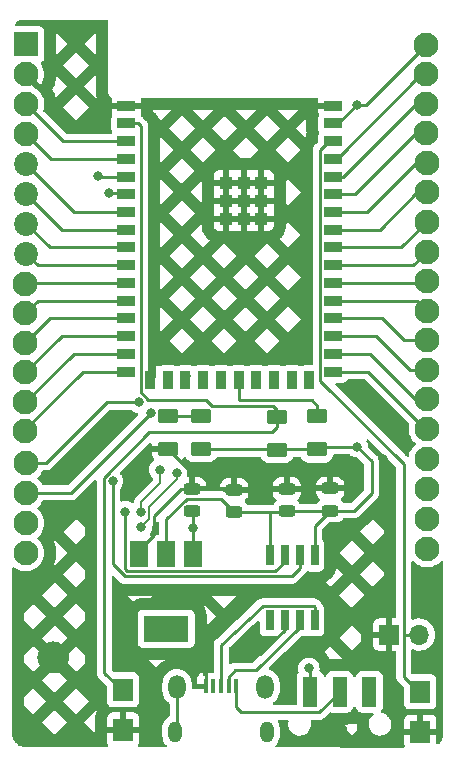
<source format=gbr>
%TF.GenerationSoftware,KiCad,Pcbnew,(6.0.1)*%
%TF.CreationDate,2022-04-26T22:40:30-05:00*%
%TF.ProjectId,LEDStripBoards,4c454453-7472-4697-9042-6f617264732e,rev?*%
%TF.SameCoordinates,Original*%
%TF.FileFunction,Copper,L2,Bot*%
%TF.FilePolarity,Positive*%
%FSLAX46Y46*%
G04 Gerber Fmt 4.6, Leading zero omitted, Abs format (unit mm)*
G04 Created by KiCad (PCBNEW (6.0.1)) date 2022-04-26 22:40:30*
%MOMM*%
%LPD*%
G01*
G04 APERTURE LIST*
G04 Aperture macros list*
%AMRoundRect*
0 Rectangle with rounded corners*
0 $1 Rounding radius*
0 $2 $3 $4 $5 $6 $7 $8 $9 X,Y pos of 4 corners*
0 Add a 4 corners polygon primitive as box body*
4,1,4,$2,$3,$4,$5,$6,$7,$8,$9,$2,$3,0*
0 Add four circle primitives for the rounded corners*
1,1,$1+$1,$2,$3*
1,1,$1+$1,$4,$5*
1,1,$1+$1,$6,$7*
1,1,$1+$1,$8,$9*
0 Add four rect primitives between the rounded corners*
20,1,$1+$1,$2,$3,$4,$5,0*
20,1,$1+$1,$4,$5,$6,$7,0*
20,1,$1+$1,$6,$7,$8,$9,0*
20,1,$1+$1,$8,$9,$2,$3,0*%
G04 Aperture macros list end*
%TA.AperFunction,ComponentPad*%
%ADD10C,2.100000*%
%TD*%
%TA.AperFunction,ComponentPad*%
%ADD11R,2.100000X2.100000*%
%TD*%
%TA.AperFunction,ComponentPad*%
%ADD12O,1.700000X1.700000*%
%TD*%
%TA.AperFunction,ComponentPad*%
%ADD13R,1.700000X1.700000*%
%TD*%
%TA.AperFunction,SMDPad,CuDef*%
%ADD14RoundRect,0.243750X0.456250X-0.243750X0.456250X0.243750X-0.456250X0.243750X-0.456250X-0.243750X0*%
%TD*%
%TA.AperFunction,SMDPad,CuDef*%
%ADD15RoundRect,0.250000X0.625000X-0.375000X0.625000X0.375000X-0.625000X0.375000X-0.625000X-0.375000X0*%
%TD*%
%TA.AperFunction,ComponentPad*%
%ADD16C,2.020000*%
%TD*%
%TA.AperFunction,SMDPad,CuDef*%
%ADD17RoundRect,0.250000X-0.625000X0.375000X-0.625000X-0.375000X0.625000X-0.375000X0.625000X0.375000X0*%
%TD*%
%TA.AperFunction,SMDPad,CuDef*%
%ADD18R,1.100000X1.100000*%
%TD*%
%TA.AperFunction,SMDPad,CuDef*%
%ADD19R,1.500000X0.900000*%
%TD*%
%TA.AperFunction,SMDPad,CuDef*%
%ADD20R,0.900000X1.500000*%
%TD*%
%TA.AperFunction,SMDPad,CuDef*%
%ADD21R,3.800000X2.200000*%
%TD*%
%TA.AperFunction,SMDPad,CuDef*%
%ADD22R,1.500000X2.200000*%
%TD*%
%TA.AperFunction,SMDPad,CuDef*%
%ADD23R,0.650000X1.750000*%
%TD*%
%TA.AperFunction,SMDPad,CuDef*%
%ADD24R,1.250000X2.500000*%
%TD*%
%TA.AperFunction,ComponentPad*%
%ADD25O,1.450000X2.000000*%
%TD*%
%TA.AperFunction,ComponentPad*%
%ADD26O,1.150000X1.800000*%
%TD*%
%TA.AperFunction,SMDPad,CuDef*%
%ADD27R,0.450000X1.300000*%
%TD*%
%TA.AperFunction,SMDPad,CuDef*%
%ADD28R,1.700000X1.948000*%
%TD*%
%TA.AperFunction,ViaPad*%
%ADD29C,0.800000*%
%TD*%
%TA.AperFunction,Conductor*%
%ADD30C,0.250000*%
%TD*%
%TA.AperFunction,Conductor*%
%ADD31C,0.200000*%
%TD*%
G04 APERTURE END LIST*
D10*
%TO.P,J1,2,Pin_2*%
%TO.N,GND*%
X95046800Y-74525200D03*
D11*
%TO.P,J1,1,Pin_1*%
%TO.N,VBUS*%
X95046800Y-71985200D03*
%TD*%
D10*
%TO.P,J4,4,Pin_4*%
%TO.N,IO03*%
X128955800Y-79502000D03*
%TO.P,J4,3,Pin_3*%
%TO.N,IO02*%
X128955800Y-77002000D03*
%TO.P,J4,2,Pin_2*%
%TO.N,IO01*%
X128955800Y-74502000D03*
%TO.P,J4,1,Pin_1*%
%TO.N,VCC*%
X128955800Y-72002000D03*
%TD*%
%TO.P,J5,5,Pin_5*%
%TO.N,IO08*%
X128981200Y-92016600D03*
%TO.P,J5,4,Pin_4*%
%TO.N,IO07*%
X128981200Y-89516600D03*
%TO.P,J5,3,Pin_3*%
%TO.N,IO06*%
X128981200Y-87016600D03*
%TO.P,J5,2,Pin_2*%
%TO.N,IO05*%
X128981200Y-84516600D03*
%TO.P,J5,1,Pin_1*%
%TO.N,IO04*%
X128981200Y-82016600D03*
%TD*%
%TO.P,J6,5,Pin_5*%
%TO.N,IO13*%
X129006600Y-104513400D03*
%TO.P,J6,4,Pin_4*%
%TO.N,IO12*%
X129006600Y-102013400D03*
%TO.P,J6,3,Pin_3*%
%TO.N,IO11*%
X129006600Y-99513400D03*
%TO.P,J6,2,Pin_2*%
%TO.N,IO10*%
X129006600Y-97013400D03*
%TO.P,J6,1,Pin_1*%
%TO.N,IO09*%
X129006600Y-94513400D03*
%TD*%
%TO.P,J7,2,Pin_2*%
%TO.N,IO45*%
X95050000Y-79550000D03*
%TO.P,J7,1,Pin_1*%
%TO.N,IO46*%
X95050000Y-77050000D03*
%TD*%
%TO.P,J8,3,Pin_3*%
%TO.N,IO36*%
X95000000Y-97225000D03*
%TO.P,J8,2,Pin_2*%
%TO.N,IO37*%
X95000000Y-94725000D03*
%TO.P,J8,1,Pin_1*%
%TO.N,IO38*%
X95000000Y-92225000D03*
%TD*%
%TO.P,J9,3,Pin_3*%
%TO.N,IO33*%
X95000000Y-104750000D03*
%TO.P,J9,2,Pin_2*%
%TO.N,IO34*%
X95000000Y-102250000D03*
%TO.P,J9,1,Pin_1*%
%TO.N,IO35*%
X95000000Y-99750000D03*
%TD*%
D12*
%TO.P,J11,2,Pin_2*%
%TO.N,Boot*%
X128341200Y-121945400D03*
D13*
%TO.P,J11,1,Pin_1*%
%TO.N,GND*%
X125801200Y-121945400D03*
%TD*%
D10*
%TO.P,J12,4,Pin_4*%
%TO.N,USB_D-*%
X95021400Y-115036600D03*
%TO.P,J12,3,Pin_3*%
%TO.N,USB_D+*%
X95021400Y-112496600D03*
%TO.P,J12,2,Pin_2*%
%TO.N,IO21*%
X95021400Y-109956600D03*
%TO.P,J12,1,Pin_1*%
%TO.N,IO26*%
X95021400Y-107416600D03*
%TD*%
%TO.P,J10,4,Pin_4*%
%TO.N,IO17*%
X129006600Y-114691000D03*
%TO.P,J10,3,Pin_3*%
%TO.N,IO16*%
X129006600Y-112151000D03*
%TO.P,J10,2,Pin_2*%
%TO.N,IO15*%
X129006600Y-109611000D03*
%TO.P,J10,1,Pin_1*%
%TO.N,IO14*%
X129006600Y-107071000D03*
%TD*%
D14*
%TO.P,0.1uF,2*%
%TO.N,GND*%
X120802400Y-109580200D03*
%TO.P,0.1uF,1*%
%TO.N,VCC*%
X120802400Y-111455200D03*
%TD*%
%TO.P,22uF,2*%
%TO.N,GND*%
X117144800Y-109631000D03*
%TO.P,22uF,1*%
%TO.N,VCC*%
X117144800Y-111506000D03*
%TD*%
D15*
%TO.P,Pwr,2,A*%
%TO.N,Net-(D1-Pad2)*%
X107086400Y-103428800D03*
%TO.P,Pwr,1,K*%
%TO.N,GND*%
X107086400Y-106228800D03*
%TD*%
D16*
%TO.P,J2,4,Pin_4*%
%TO.N,IO39*%
X95050000Y-89695000D03*
%TO.P,J2,3,Pin_3*%
%TO.N,IO40*%
X95050000Y-87155000D03*
%TO.P,J2,2,Pin_2*%
%TO.N,IO41*%
X95050000Y-84615000D03*
%TO.P,J2,1,Pin_1*%
%TO.N,IO42*%
X95050000Y-82075000D03*
%TD*%
D15*
%TO.P,1k,2*%
%TO.N,Net-(D1-Pad2)*%
X109875000Y-103425000D03*
%TO.P,1k,1*%
%TO.N,VCC*%
X109875000Y-106225000D03*
%TD*%
%TO.P,1k,2*%
%TO.N,RESET*%
X116306600Y-103505000D03*
%TO.P,1k,1*%
%TO.N,VCC*%
X116306600Y-106305000D03*
%TD*%
D17*
%TO.P,10k,2*%
%TO.N,VCC*%
X119675000Y-106275000D03*
%TO.P,10k,1*%
%TO.N,Net-(R5-Pad1)*%
X119675000Y-103475000D03*
%TD*%
D18*
%TO.P,U2,43,GND*%
%TO.N,GND*%
X111990000Y-85225000D03*
X114990000Y-83675000D03*
X111990000Y-86725000D03*
X111990000Y-83675000D03*
X113490000Y-86725000D03*
X113490000Y-85225000D03*
X114990000Y-85225000D03*
X113490000Y-83675000D03*
X114990000Y-86725000D03*
D19*
%TO.P,U2,42,GND*%
X103550000Y-77175000D03*
%TO.P,U2,41,EN*%
%TO.N,RESET*%
X103550000Y-78675000D03*
%TO.P,U2,40,IO46*%
%TO.N,IO46*%
X103550000Y-80175000D03*
%TO.P,U2,39,IO45*%
%TO.N,IO45*%
X103550000Y-81675000D03*
%TO.P,U2,38,RXD0*%
%TO.N,USB_TX_ESP_RX*%
X103550000Y-83175000D03*
%TO.P,U2,37,TXD0*%
%TO.N,USB_RX_ESP_TX*%
X103550000Y-84675000D03*
%TO.P,U2,36,IO42*%
%TO.N,IO42*%
X103550000Y-86175000D03*
%TO.P,U2,35,IO41*%
%TO.N,IO41*%
X103550000Y-87675000D03*
%TO.P,U2,34,IO40*%
%TO.N,IO40*%
X103550000Y-89175000D03*
%TO.P,U2,33,IO39*%
%TO.N,IO39*%
X103550000Y-90675000D03*
%TO.P,U2,32,IO38*%
%TO.N,IO38*%
X103550000Y-92175000D03*
%TO.P,U2,31,IO37*%
%TO.N,IO37*%
X103550000Y-93675000D03*
%TO.P,U2,30,IO36*%
%TO.N,IO36*%
X103550000Y-95175000D03*
%TO.P,U2,29,IO35*%
%TO.N,IO35*%
X103550000Y-96675000D03*
%TO.P,U2,28,IO34*%
%TO.N,IO34*%
X103550000Y-98175000D03*
%TO.P,U2,27,IO33*%
%TO.N,IO33*%
X103550000Y-99675000D03*
D20*
%TO.P,U2,26,GND*%
%TO.N,GND*%
X105550000Y-100425000D03*
%TO.P,U2,25,IO26*%
%TO.N,IO26*%
X107050000Y-100425000D03*
%TO.P,U2,24,IO21*%
%TO.N,IO21*%
X108550000Y-100425000D03*
%TO.P,U2,23,USB_D+*%
%TO.N,USB_D+*%
X110050000Y-100425000D03*
%TO.P,U2,22,USB_D-*%
%TO.N,USB_D-*%
X111550000Y-100425000D03*
%TO.P,U2,21,IO18*%
%TO.N,Net-(R5-Pad1)*%
X113050000Y-100425000D03*
%TO.P,U2,20,IO17*%
%TO.N,IO17*%
X114550000Y-100425000D03*
%TO.P,U2,19,IO16*%
%TO.N,IO16*%
X116050000Y-100425000D03*
%TO.P,U2,18,IO15*%
%TO.N,IO15*%
X117550000Y-100425000D03*
%TO.P,U2,17,IO14*%
%TO.N,IO14*%
X119050000Y-100425000D03*
D19*
%TO.P,U2,16,IO13*%
%TO.N,IO13*%
X121050000Y-99675000D03*
%TO.P,U2,15,IO12*%
%TO.N,IO12*%
X121050000Y-98175000D03*
%TO.P,U2,14,IO11*%
%TO.N,IO11*%
X121050000Y-96675000D03*
%TO.P,U2,13,IO10*%
%TO.N,IO10*%
X121050000Y-95175000D03*
%TO.P,U2,12,IO09*%
%TO.N,IO09*%
X121050000Y-93675000D03*
%TO.P,U2,11,IO08*%
%TO.N,IO08*%
X121050000Y-92175000D03*
%TO.P,U2,10,IO07*%
%TO.N,IO07*%
X121050000Y-90675000D03*
%TO.P,U2,9,IO06*%
%TO.N,IO06*%
X121050000Y-89175000D03*
%TO.P,U2,8,IO05*%
%TO.N,IO05*%
X121050000Y-87675000D03*
%TO.P,U2,7,IO04*%
%TO.N,IO04*%
X121050000Y-86175000D03*
%TO.P,U2,6,IO03*%
%TO.N,IO03*%
X121050000Y-84675000D03*
%TO.P,U2,5,IO02*%
%TO.N,IO02*%
X121050000Y-83175000D03*
%TO.P,U2,4,IO01*%
%TO.N,IO01*%
X121050000Y-81675000D03*
%TO.P,U2,3,IO00*%
%TO.N,Boot*%
X121050000Y-80175000D03*
%TO.P,U2,2,3V3*%
%TO.N,VCC*%
X121050000Y-78675000D03*
%TO.P,U2,1,GND*%
%TO.N,GND*%
X121050000Y-77175000D03*
%TD*%
D14*
%TO.P,470uF,2*%
%TO.N,GND*%
X112674400Y-109707200D03*
%TO.P,470uF,1*%
%TO.N,VCC*%
X112674400Y-111582200D03*
%TD*%
D21*
%TO.P,TLV1117-33,4*%
%TO.N,N/C*%
X106925000Y-121450000D03*
D22*
%TO.P,TLV1117-33,3,VI*%
%TO.N,VBUS*%
X109225000Y-115150000D03*
%TO.P,TLV1117-33,2,VO*%
%TO.N,VCC*%
X106925000Y-115150000D03*
%TO.P,TLV1117-33,1,GND*%
%TO.N,GND*%
X104625000Y-115150000D03*
%TD*%
D23*
%TO.P,CH330N,8,V3*%
%TO.N,VCC*%
X119480000Y-115225000D03*
%TO.P,CH330N,7,RXD*%
%TO.N,USB_RX_ESP_TX*%
X118210000Y-115225000D03*
%TO.P,CH330N,6,TXD*%
%TO.N,USB_TX_ESP_RX*%
X116940000Y-115225000D03*
%TO.P,CH330N,5,VCC*%
%TO.N,VCC*%
X115670000Y-115225000D03*
%TO.P,CH330N,4,~{RTS}*%
%TO.N,unconnected-(U3-Pad4)*%
X115670000Y-120725000D03*
%TO.P,CH330N,3,GND*%
%TO.N,GND*%
X116940000Y-120725000D03*
%TO.P,CH330N,2,UD-*%
%TO.N,D-*%
X118210000Y-120725000D03*
%TO.P,CH330N,1,UD+*%
%TO.N,D+*%
X119480000Y-120725000D03*
%TD*%
D14*
%TO.P,1uF,2*%
%TO.N,GND*%
X109118400Y-109626400D03*
%TO.P,1uF,1*%
%TO.N,VBUS*%
X109118400Y-111501400D03*
%TD*%
D24*
%TO.P,0/1,3,C*%
%TO.N,VBUS*%
X119115200Y-126790000D03*
%TO.P,0/1,2,B*%
%TO.N,+5V*%
X121615200Y-126790000D03*
%TO.P,0/1,1,A*%
%TO.N,unconnected-(SW1-Pad1)*%
X124115200Y-126790000D03*
%TD*%
D25*
%TO.P,J3,6,Shield*%
%TO.N,unconnected-(J3-Pad6)*%
X115291960Y-126386980D03*
D26*
X107691960Y-130186980D03*
X115441960Y-130186980D03*
D25*
X107841960Y-126386980D03*
D27*
%TO.P,J3,5,GND*%
%TO.N,GND*%
X110266960Y-126336980D03*
%TO.P,J3,4,ID*%
%TO.N,unconnected-(J3-Pad4)*%
X110916960Y-126336980D03*
%TO.P,J3,3,D+*%
%TO.N,D+*%
X111566960Y-126336980D03*
%TO.P,J3,2,D-*%
%TO.N,D-*%
X112216960Y-126336980D03*
%TO.P,J3,1,VBUS*%
%TO.N,+5V*%
X112866960Y-126336980D03*
%TD*%
D28*
%TO.P,Reset,2,D*%
%TO.N,RESET*%
X103276400Y-126620800D03*
%TO.P,Reset,1,C*%
%TO.N,GND*%
X103276400Y-130020800D03*
%TD*%
%TO.P,Boot,2,D*%
%TO.N,Boot*%
X128447800Y-126798600D03*
%TO.P,Boot,1,C*%
%TO.N,GND*%
X128447800Y-130198600D03*
%TD*%
D29*
%TO.N,GND*%
X120929400Y-130302000D03*
X97358200Y-123875800D03*
X121945400Y-107162600D03*
X103886000Y-103428800D03*
X105181400Y-107086400D03*
X113125000Y-123600000D03*
X110350000Y-123675000D03*
X125399800Y-103632000D03*
X125247400Y-107086400D03*
X105867200Y-98729800D03*
%TO.N,VCC*%
X123075000Y-106025000D03*
X123063000Y-77114400D03*
%TO.N,VBUS*%
X118999000Y-124815600D03*
X109225000Y-112923400D03*
%TO.N,IO26*%
X104610500Y-102295100D03*
X107035600Y-100076000D03*
%TO.N,IO21*%
X105611900Y-103180991D03*
X108559600Y-100076000D03*
%TO.N,IO17*%
X114554000Y-100177600D03*
%TO.N,IO16*%
X116052600Y-100177600D03*
%TO.N,IO15*%
X117551200Y-100152200D03*
%TO.N,IO14*%
X119049800Y-100203000D03*
%TO.N,USB_TX_ESP_RX*%
X101149998Y-83150000D03*
X103475000Y-111550000D03*
%TO.N,USB_RX_ESP_TX*%
X102108000Y-84582000D03*
X102387500Y-108966000D03*
%TO.N,USB_D+*%
X104800400Y-111556800D03*
X110058200Y-100076000D03*
X106400600Y-107975400D03*
%TO.N,USB_D-*%
X111556800Y-100076000D03*
X104800400Y-112877600D03*
X107797600Y-108280200D03*
%TD*%
D30*
%TO.N,GND*%
X116940000Y-120725000D02*
X116940000Y-121566000D01*
X109118400Y-108260800D02*
X109118400Y-109626400D01*
X110266960Y-123758040D02*
X110350000Y-123675000D01*
X110266960Y-126336980D02*
X110266960Y-123758040D01*
X105867200Y-100107800D02*
X105550000Y-100425000D01*
X107086400Y-106228800D02*
X107310900Y-106228800D01*
X104625000Y-114800000D02*
X105924431Y-113500569D01*
X105924431Y-113500569D02*
X105924431Y-111905969D01*
X107086400Y-106228800D02*
X109118400Y-108260800D01*
X104625000Y-115150000D02*
X104625000Y-114800000D01*
X116940000Y-121566000D02*
X114906000Y-123600000D01*
X114906000Y-123600000D02*
X113125000Y-123600000D01*
X105924431Y-111905969D02*
X108204000Y-109626400D01*
X108204000Y-109626400D02*
X109118400Y-109626400D01*
X105867200Y-98729800D02*
X105867200Y-100107800D01*
%TO.N,VCC*%
X119480000Y-112777600D02*
X120802400Y-111455200D01*
X117144800Y-111506000D02*
X117068600Y-111582200D01*
X123843400Y-77114400D02*
X128955800Y-72002000D01*
X111530620Y-110438420D02*
X108677725Y-110438420D01*
X121502400Y-78675000D02*
X121050000Y-78675000D01*
X119480000Y-115225000D02*
X119480000Y-112777600D01*
X117144800Y-111506000D02*
X120751600Y-111506000D01*
X123063000Y-77114400D02*
X121502400Y-78675000D01*
X106925000Y-112191145D02*
X106925000Y-115150000D01*
X109925000Y-106275000D02*
X109875000Y-106225000D01*
X123063000Y-77114400D02*
X123843400Y-77114400D01*
X115670000Y-115225000D02*
X115670000Y-111583800D01*
X112674400Y-111582200D02*
X111530620Y-110438420D01*
X108677725Y-110438420D02*
X106925000Y-112191145D01*
X120802400Y-111455200D02*
X122807300Y-111455200D01*
X124312500Y-107262500D02*
X123075000Y-106025000D01*
X122807300Y-111455200D02*
X124312500Y-109950000D01*
X124312500Y-109950000D02*
X124312500Y-107262500D01*
X119675000Y-106275000D02*
X109925000Y-106275000D01*
X123075000Y-106025000D02*
X119925000Y-106025000D01*
X117068600Y-111582200D02*
X112674400Y-111582200D01*
X120751600Y-111506000D02*
X120802400Y-111455200D01*
%TO.N,VBUS*%
X109225000Y-115150000D02*
X109225000Y-112923400D01*
X119115200Y-124931800D02*
X119115200Y-126790000D01*
X118999000Y-124815600D02*
X119115200Y-124931800D01*
X109225000Y-112923400D02*
X109225000Y-111608000D01*
X109225000Y-111608000D02*
X109118400Y-111501400D01*
%TO.N,D+*%
X119404999Y-119524999D02*
X119480000Y-119600000D01*
X111592360Y-126286260D02*
X111574580Y-122801380D01*
X119480000Y-119600000D02*
X119480000Y-120725000D01*
X115084999Y-119524999D02*
X119404999Y-119524999D01*
X111574580Y-122801380D02*
X115084999Y-119524999D01*
%TO.N,D-*%
X118210000Y-121275000D02*
X114517000Y-124968000D01*
X112216960Y-125526978D02*
X112216960Y-126336980D01*
X118210000Y-120725000D02*
X118210000Y-121275000D01*
X114517000Y-124968000D02*
X112775938Y-124968000D01*
X112775938Y-124968000D02*
X112216960Y-125526978D01*
%TO.N,Net-(D1-Pad2)*%
X109875000Y-103425000D02*
X107090200Y-103425000D01*
%TO.N,IO10*%
X121050000Y-95175000D02*
X121075000Y-95150000D01*
X127063400Y-97013400D02*
X129006600Y-97013400D01*
X125200000Y-95150000D02*
X127063400Y-97013400D01*
X121075000Y-95150000D02*
X125200000Y-95150000D01*
%TO.N,IO11*%
X124691200Y-96675000D02*
X127529600Y-99513400D01*
X121050000Y-96675000D02*
X124691200Y-96675000D01*
X127529600Y-99513400D02*
X129006600Y-99513400D01*
%TO.N,IO12*%
X124158800Y-98200000D02*
X127972200Y-102013400D01*
X121075000Y-98200000D02*
X124158800Y-98200000D01*
X121050000Y-98175000D02*
X121075000Y-98200000D01*
X127972200Y-102013400D02*
X129006600Y-102013400D01*
%TO.N,IO13*%
X123982800Y-99675000D02*
X128821200Y-104513400D01*
X128821200Y-104513400D02*
X129006600Y-104513400D01*
X121050000Y-99675000D02*
X123982800Y-99675000D01*
%TO.N,Boot*%
X128320800Y-126798600D02*
X127025400Y-125503200D01*
X127050800Y-121945400D02*
X127025400Y-121920000D01*
X119975489Y-80900489D02*
X120700978Y-80175000D01*
X128341200Y-121945400D02*
X127050800Y-121945400D01*
X120700978Y-80175000D02*
X121050000Y-80175000D01*
X121050000Y-80175000D02*
X120764998Y-80175000D01*
X127025400Y-125503200D02*
X127025400Y-121920000D01*
X127025400Y-107499422D02*
X119975489Y-100449511D01*
X119975489Y-100449511D02*
X119975489Y-80900489D01*
X127025400Y-121920000D02*
X127025400Y-107499422D01*
%TO.N,IO39*%
X103550000Y-90675000D02*
X96030000Y-90675000D01*
X96030000Y-90675000D02*
X95050000Y-89695000D01*
%TO.N,IO40*%
X97070000Y-89175000D02*
X95050000Y-87155000D01*
X103550000Y-89175000D02*
X97070000Y-89175000D01*
%TO.N,IO41*%
X98110000Y-87675000D02*
X95050000Y-84615000D01*
X103550000Y-87675000D02*
X98110000Y-87675000D01*
%TO.N,IO42*%
X99150000Y-86175000D02*
X95050000Y-82075000D01*
X103550000Y-86175000D02*
X99150000Y-86175000D01*
%TO.N,IO01*%
X121050000Y-81675000D02*
X121350000Y-81675000D01*
X128523000Y-74502000D02*
X128955800Y-74502000D01*
X121350000Y-81675000D02*
X128523000Y-74502000D01*
%TO.N,IO02*%
X121050000Y-83175000D02*
X121925000Y-83175000D01*
X128098000Y-77002000D02*
X128955800Y-77002000D01*
X121925000Y-83175000D02*
X128098000Y-77002000D01*
%TO.N,IO03*%
X122925000Y-84675000D02*
X128098000Y-79502000D01*
X121050000Y-84675000D02*
X122925000Y-84675000D01*
X128098000Y-79502000D02*
X128955800Y-79502000D01*
%TO.N,IO04*%
X123950000Y-86175000D02*
X128108400Y-82016600D01*
X121050000Y-86175000D02*
X123950000Y-86175000D01*
X128108400Y-82016600D02*
X128981200Y-82016600D01*
%TO.N,IO05*%
X121050000Y-87675000D02*
X125000000Y-87675000D01*
X128158400Y-84516600D02*
X128981200Y-84516600D01*
X125000000Y-87675000D02*
X128158400Y-84516600D01*
%TO.N,IO46*%
X98175000Y-80175000D02*
X95050000Y-77050000D01*
X103550000Y-80175000D02*
X98175000Y-80175000D01*
%TO.N,IO45*%
X103550000Y-81675000D02*
X97175000Y-81675000D01*
X97175000Y-81675000D02*
X95050000Y-79550000D01*
%TO.N,IO38*%
X103550000Y-92175000D02*
X95050000Y-92175000D01*
X95050000Y-92175000D02*
X95000000Y-92225000D01*
%TO.N,IO37*%
X96050000Y-93675000D02*
X95000000Y-94725000D01*
X103550000Y-93675000D02*
X96050000Y-93675000D01*
%TO.N,IO36*%
X103550000Y-95175000D02*
X97050000Y-95175000D01*
X97050000Y-95175000D02*
X95000000Y-97225000D01*
%TO.N,IO35*%
X98075000Y-96675000D02*
X95000000Y-99750000D01*
X103550000Y-96675000D02*
X98075000Y-96675000D01*
%TO.N,IO34*%
X103550000Y-98175000D02*
X99075000Y-98175000D01*
X99075000Y-98175000D02*
X95000000Y-102250000D01*
%TO.N,IO33*%
X95000000Y-104525000D02*
X95000000Y-104750000D01*
X99850000Y-99675000D02*
X95000000Y-104525000D01*
X103550000Y-99675000D02*
X99850000Y-99675000D01*
%TO.N,IO26*%
X101870100Y-102295100D02*
X104610500Y-102295100D01*
X96748600Y-107416600D02*
X101870100Y-102295100D01*
X95021400Y-107416600D02*
X96748600Y-107416600D01*
%TO.N,IO21*%
X98836291Y-109956600D02*
X105611900Y-103180991D01*
X95021400Y-109956600D02*
X98836291Y-109956600D01*
%TO.N,IO06*%
X121050000Y-89175000D02*
X126822800Y-89175000D01*
X126822800Y-89175000D02*
X128981200Y-87016600D01*
%TO.N,IO07*%
X121050000Y-90675000D02*
X127822800Y-90675000D01*
X127822800Y-90675000D02*
X128981200Y-89516600D01*
%TO.N,IO08*%
X128822800Y-92175000D02*
X128981200Y-92016600D01*
X121050000Y-92175000D02*
X128822800Y-92175000D01*
%TO.N,IO09*%
X128168200Y-93675000D02*
X129006600Y-94513400D01*
X121050000Y-93675000D02*
X128168200Y-93675000D01*
%TO.N,unconnected-(J3-Pad6)*%
X107841960Y-126386980D02*
X107841960Y-130036980D01*
X107841960Y-130036980D02*
X107691960Y-130186980D01*
%TO.N,RESET*%
X110319693Y-102057200D02*
X105397198Y-102057200D01*
X104775489Y-101435491D02*
X104775489Y-78900489D01*
X101662989Y-108665897D02*
X105503086Y-104825800D01*
X115968720Y-102557520D02*
X110820013Y-102557520D01*
X116306600Y-102895400D02*
X115968720Y-102557520D01*
X115849400Y-104825800D02*
X116306600Y-104368600D01*
X110820013Y-102557520D02*
X110319693Y-102057200D01*
X101662989Y-125159789D02*
X101662989Y-108665897D01*
X104775489Y-78900489D02*
X104550000Y-78675000D01*
X103225600Y-126722400D02*
X101662989Y-125159789D01*
X116306600Y-103505000D02*
X116306600Y-102895400D01*
X105503086Y-104825800D02*
X115849400Y-104825800D01*
X105397198Y-102057200D02*
X104775489Y-101435491D01*
X104550000Y-78675000D02*
X103550000Y-78675000D01*
X116306600Y-104368600D02*
X116306600Y-103505000D01*
%TO.N,USB_TX_ESP_RX*%
X103475000Y-116435002D02*
X103475000Y-111550000D01*
X103550000Y-83175000D02*
X101174998Y-83175000D01*
X103614999Y-116575001D02*
X103475000Y-116435002D01*
X116940000Y-115225000D02*
X116940000Y-115804022D01*
X116940000Y-115804022D02*
X116169021Y-116575001D01*
X101174998Y-83175000D02*
X101149998Y-83150000D01*
X116169021Y-116575001D02*
X103614999Y-116575001D01*
%TO.N,USB_RX_ESP_TX*%
X102108000Y-84582000D02*
X103457000Y-84582000D01*
X102387500Y-115983912D02*
X103428598Y-117025010D01*
X103428598Y-117025010D02*
X117534990Y-117025010D01*
X118210000Y-116350000D02*
X118210000Y-115225000D01*
X117534990Y-117025010D02*
X118210000Y-116350000D01*
X102387500Y-108966000D02*
X102387500Y-115983912D01*
%TO.N,+5V*%
X119881200Y-128524000D02*
X121615200Y-126790000D01*
X113284000Y-128524000D02*
X119881200Y-128524000D01*
X112866960Y-126336980D02*
X112866960Y-128106960D01*
X112866960Y-128106960D02*
X113284000Y-128524000D01*
%TO.N,Net-(R5-Pad1)*%
X119227600Y-102108000D02*
X119675000Y-102555400D01*
X113050000Y-100425000D02*
X113050000Y-102108000D01*
X113050000Y-102108000D02*
X119227600Y-102108000D01*
X119675000Y-102555400D02*
X119675000Y-103475000D01*
D31*
%TO.N,USB_D+*%
X106400600Y-109143800D02*
X104800400Y-110744000D01*
X104800400Y-110744000D02*
X104800400Y-111556800D01*
X106400600Y-107975400D02*
X106400600Y-109143800D01*
%TO.N,USB_D-*%
X107797600Y-108280200D02*
X107797600Y-108813600D01*
X105499911Y-112178089D02*
X104800400Y-112877600D01*
X105499911Y-111111289D02*
X105499911Y-112178089D01*
X107797600Y-108813600D02*
X105499911Y-111111289D01*
%TD*%
%TA.AperFunction,Conductor*%
%TO.N,GND*%
G36*
X124075391Y-105445317D02*
G01*
X125217981Y-106587908D01*
X126354995Y-107724922D01*
X126389021Y-107787234D01*
X126391900Y-107814017D01*
X126391900Y-120461400D01*
X126371898Y-120529521D01*
X126318242Y-120576014D01*
X126265900Y-120587400D01*
X126073315Y-120587400D01*
X126058076Y-120591875D01*
X126056871Y-120593265D01*
X126055200Y-120600948D01*
X126055200Y-123285284D01*
X126059675Y-123300523D01*
X126061065Y-123301728D01*
X126068748Y-123303399D01*
X126265900Y-123303399D01*
X126334021Y-123323401D01*
X126380514Y-123377057D01*
X126391900Y-123429399D01*
X126391900Y-125424433D01*
X126391373Y-125435616D01*
X126389698Y-125443109D01*
X126389947Y-125451035D01*
X126389947Y-125451036D01*
X126391838Y-125511186D01*
X126391900Y-125515145D01*
X126391900Y-125543056D01*
X126392397Y-125546990D01*
X126392397Y-125546991D01*
X126392405Y-125547056D01*
X126393338Y-125558893D01*
X126394727Y-125603089D01*
X126400378Y-125622539D01*
X126404387Y-125641900D01*
X126406926Y-125661997D01*
X126409845Y-125669368D01*
X126409845Y-125669370D01*
X126423204Y-125703112D01*
X126427049Y-125714342D01*
X126430872Y-125727500D01*
X126439382Y-125756793D01*
X126443415Y-125763612D01*
X126443417Y-125763617D01*
X126449693Y-125774228D01*
X126458388Y-125791976D01*
X126465848Y-125810817D01*
X126470510Y-125817233D01*
X126470510Y-125817234D01*
X126491836Y-125846587D01*
X126498352Y-125856507D01*
X126520858Y-125894562D01*
X126535179Y-125908883D01*
X126548019Y-125923916D01*
X126559928Y-125940307D01*
X126566034Y-125945358D01*
X126594005Y-125968498D01*
X126602784Y-125976488D01*
X127052395Y-126426099D01*
X127086421Y-126488411D01*
X127089300Y-126515194D01*
X127089300Y-127820734D01*
X127096055Y-127882916D01*
X127147185Y-128019305D01*
X127234539Y-128135861D01*
X127351095Y-128223215D01*
X127487484Y-128274345D01*
X127549666Y-128281100D01*
X129345934Y-128281100D01*
X129408116Y-128274345D01*
X129544505Y-128223215D01*
X129661061Y-128135861D01*
X129748415Y-128019305D01*
X129799545Y-127882916D01*
X129806300Y-127820734D01*
X129806300Y-125776466D01*
X129799545Y-125714284D01*
X129748415Y-125577895D01*
X129661061Y-125461339D01*
X129544505Y-125373985D01*
X129408116Y-125322855D01*
X129345934Y-125316100D01*
X127786395Y-125316100D01*
X127718274Y-125296098D01*
X127697300Y-125279195D01*
X127695805Y-125277700D01*
X127661779Y-125215388D01*
X127658900Y-125188605D01*
X127658900Y-123322099D01*
X127678902Y-123253978D01*
X127732558Y-123207485D01*
X127802832Y-123197381D01*
X127829846Y-123204388D01*
X127960892Y-123254430D01*
X127965960Y-123255461D01*
X127965963Y-123255462D01*
X128073217Y-123277283D01*
X128179797Y-123298967D01*
X128184972Y-123299157D01*
X128184974Y-123299157D01*
X128397873Y-123306964D01*
X128397877Y-123306964D01*
X128403037Y-123307153D01*
X128408157Y-123306497D01*
X128408159Y-123306497D01*
X128619488Y-123279425D01*
X128619489Y-123279425D01*
X128624616Y-123278768D01*
X128629566Y-123277283D01*
X128833629Y-123216061D01*
X128833634Y-123216059D01*
X128838584Y-123214574D01*
X129039194Y-123116296D01*
X129221060Y-122986573D01*
X129288567Y-122919302D01*
X129375635Y-122832537D01*
X129379296Y-122828889D01*
X129384300Y-122821926D01*
X129506635Y-122651677D01*
X129509653Y-122647477D01*
X129535729Y-122594717D01*
X129606336Y-122451853D01*
X129606337Y-122451851D01*
X129608630Y-122447211D01*
X129673570Y-122233469D01*
X129702729Y-122011990D01*
X129704356Y-121945400D01*
X129686052Y-121722761D01*
X129631631Y-121506102D01*
X129542554Y-121301240D01*
X129421214Y-121113677D01*
X129270870Y-120948451D01*
X129266819Y-120945252D01*
X129266815Y-120945248D01*
X129099614Y-120813200D01*
X129099610Y-120813198D01*
X129095559Y-120809998D01*
X128899989Y-120702038D01*
X128895120Y-120700314D01*
X128895116Y-120700312D01*
X128694287Y-120629195D01*
X128694283Y-120629194D01*
X128689412Y-120627469D01*
X128684319Y-120626562D01*
X128684316Y-120626561D01*
X128474573Y-120589200D01*
X128474567Y-120589199D01*
X128469484Y-120588294D01*
X128395652Y-120587392D01*
X128251281Y-120585628D01*
X128251279Y-120585628D01*
X128246111Y-120585565D01*
X128025291Y-120619355D01*
X127824043Y-120685133D01*
X127753082Y-120687284D01*
X127692220Y-120650728D01*
X127660783Y-120587071D01*
X127658900Y-120565368D01*
X127658900Y-115854313D01*
X127678902Y-115786192D01*
X127732558Y-115739699D01*
X127802832Y-115729595D01*
X127867412Y-115759089D01*
X127880711Y-115772483D01*
X127897954Y-115792672D01*
X127897959Y-115792677D01*
X127901167Y-115796433D01*
X127904923Y-115799641D01*
X128031483Y-115907734D01*
X128087704Y-115955752D01*
X128091927Y-115958340D01*
X128091930Y-115958342D01*
X128093433Y-115959263D01*
X128296868Y-116083927D01*
X128306868Y-116088069D01*
X128518935Y-116175911D01*
X128518937Y-116175912D01*
X128523508Y-116177805D01*
X128606163Y-116197649D01*
X128757230Y-116233917D01*
X128757236Y-116233918D01*
X128762043Y-116235072D01*
X129006600Y-116254319D01*
X129251157Y-116235072D01*
X129255964Y-116233918D01*
X129255970Y-116233917D01*
X129407037Y-116197649D01*
X129489692Y-116177805D01*
X129494263Y-116175912D01*
X129494265Y-116175911D01*
X129706332Y-116088069D01*
X129716332Y-116083927D01*
X129919767Y-115959263D01*
X129921270Y-115958342D01*
X129921273Y-115958340D01*
X129925496Y-115955752D01*
X129981718Y-115907734D01*
X130108277Y-115799641D01*
X130112033Y-115796433D01*
X130169162Y-115729545D01*
X130228612Y-115690736D01*
X130299606Y-115690230D01*
X130359605Y-115728186D01*
X130389558Y-115792555D01*
X130390972Y-115811449D01*
X130382622Y-130292915D01*
X130382603Y-130325562D01*
X130381102Y-130344877D01*
X130378769Y-130359855D01*
X130378769Y-130359861D01*
X130377388Y-130368730D01*
X130379059Y-130381510D01*
X130379653Y-130408715D01*
X130366059Y-130565624D01*
X130362319Y-130587045D01*
X130316067Y-130761434D01*
X130308697Y-130781897D01*
X130244311Y-130921515D01*
X130233142Y-130945734D01*
X130222362Y-130964626D01*
X130119756Y-131113026D01*
X130105889Y-131129781D01*
X130021572Y-131215394D01*
X129959521Y-131249894D01*
X129888669Y-131245369D01*
X129831511Y-131203257D01*
X129806193Y-131136928D01*
X129805800Y-131126981D01*
X129805800Y-130470715D01*
X129801325Y-130455476D01*
X129799935Y-130454271D01*
X129792252Y-130452600D01*
X127107916Y-130452600D01*
X127092677Y-130457075D01*
X127091472Y-130458465D01*
X127089801Y-130466148D01*
X127089801Y-131217269D01*
X127090171Y-131224090D01*
X127095695Y-131274952D01*
X127099321Y-131290203D01*
X127119377Y-131343702D01*
X127124560Y-131414509D01*
X127090640Y-131476878D01*
X127028385Y-131511007D01*
X127001242Y-131513932D01*
X116290102Y-131500914D01*
X116222005Y-131480829D01*
X116175578Y-131427117D01*
X116165559Y-131356831D01*
X116199238Y-131287783D01*
X116291980Y-131190904D01*
X116291985Y-131190898D01*
X116296133Y-131186565D01*
X116323718Y-131143844D01*
X116405028Y-131017915D01*
X116408283Y-131012874D01*
X116413345Y-131000315D01*
X116483322Y-130826679D01*
X116483323Y-130826676D01*
X116485566Y-130821110D01*
X116512740Y-130681961D01*
X116524325Y-130622638D01*
X116524325Y-130622635D01*
X116525193Y-130618192D01*
X116525460Y-130612733D01*
X116525460Y-129810329D01*
X116510751Y-129656163D01*
X116452550Y-129457773D01*
X116415804Y-129386425D01*
X116392507Y-129341192D01*
X116379098Y-129271473D01*
X116405511Y-129205573D01*
X116463360Y-129164414D01*
X116504523Y-129157500D01*
X117161314Y-129157500D01*
X117229435Y-129177502D01*
X117275928Y-129231158D01*
X117286032Y-129301432D01*
X117283245Y-129315261D01*
X117269859Y-129366653D01*
X117263098Y-129392607D01*
X117262764Y-129398986D01*
X117254197Y-129562454D01*
X117252907Y-129587064D01*
X117272579Y-129717140D01*
X117279247Y-129761227D01*
X117282025Y-129779599D01*
X117284228Y-129785585D01*
X117284229Y-129785591D01*
X117347060Y-129956360D01*
X117347062Y-129956365D01*
X117349263Y-129962346D01*
X117352625Y-129967768D01*
X117425961Y-130086046D01*
X117451874Y-130127840D01*
X117585666Y-130269322D01*
X117590896Y-130272984D01*
X117590897Y-130272985D01*
X117612838Y-130288348D01*
X117745175Y-130381011D01*
X117777694Y-130395083D01*
X117918025Y-130455810D01*
X117918029Y-130455811D01*
X117923884Y-130458345D01*
X117930131Y-130459650D01*
X117930134Y-130459651D01*
X118109757Y-130497176D01*
X118109762Y-130497177D01*
X118114493Y-130498165D01*
X118120885Y-130498500D01*
X118263863Y-130498500D01*
X118333151Y-130491462D01*
X118402578Y-130484410D01*
X118402579Y-130484410D01*
X118408927Y-130483765D01*
X118485876Y-130459651D01*
X118588651Y-130427444D01*
X118588656Y-130427442D01*
X118594741Y-130425535D01*
X118697219Y-130368730D01*
X118759471Y-130334223D01*
X118759474Y-130334221D01*
X118765050Y-130331130D01*
X118769891Y-130326981D01*
X118769895Y-130326978D01*
X118908055Y-130208560D01*
X118912898Y-130204409D01*
X119032246Y-130050547D01*
X119043758Y-130027153D01*
X119115400Y-129881556D01*
X119118218Y-129875829D01*
X119119889Y-129869414D01*
X119165692Y-129693575D01*
X119165692Y-129693572D01*
X119167302Y-129687393D01*
X119173847Y-129562500D01*
X122049876Y-129562500D01*
X122089723Y-129619407D01*
X122100705Y-129638428D01*
X122190626Y-129831265D01*
X122198138Y-129851903D01*
X122253208Y-130057425D01*
X122257022Y-130079056D01*
X122258764Y-130098974D01*
X122625337Y-130465547D01*
X123092853Y-129998031D01*
X123080539Y-129937504D01*
X123079427Y-129931226D01*
X123050309Y-129738691D01*
X123049515Y-129732365D01*
X123041857Y-129655644D01*
X123041384Y-129649284D01*
X123040140Y-129623849D01*
X123039990Y-129617475D01*
X123040124Y-129540371D01*
X123040297Y-129533995D01*
X123042233Y-129497056D01*
X123031410Y-129493755D01*
X123023941Y-129491219D01*
X122887552Y-129440089D01*
X122879280Y-129436648D01*
X122865200Y-129430194D01*
X122851120Y-129436648D01*
X122842848Y-129440089D01*
X122706459Y-129491219D01*
X122698990Y-129493755D01*
X122607774Y-129521578D01*
X122600159Y-129523643D01*
X122569537Y-129530924D01*
X122561809Y-129532507D01*
X122467836Y-129548717D01*
X122460026Y-129549814D01*
X122397844Y-129556569D01*
X122394452Y-129556891D01*
X122353367Y-129560233D01*
X122349965Y-129560464D01*
X122336357Y-129561201D01*
X122332951Y-129561339D01*
X122291742Y-129562454D01*
X122288334Y-129562500D01*
X122049876Y-129562500D01*
X119173847Y-129562500D01*
X119173908Y-129561339D01*
X119177159Y-129499317D01*
X119177159Y-129499313D01*
X119177493Y-129492936D01*
X119176538Y-129486618D01*
X119161385Y-129386425D01*
X119148668Y-129302340D01*
X119158258Y-129231996D01*
X119204358Y-129178002D01*
X119273251Y-129157500D01*
X119802433Y-129157500D01*
X119813616Y-129158027D01*
X119821109Y-129159702D01*
X119829035Y-129159453D01*
X119829036Y-129159453D01*
X119889186Y-129157562D01*
X119893145Y-129157500D01*
X119921056Y-129157500D01*
X119924991Y-129157003D01*
X119925056Y-129156995D01*
X119936893Y-129156062D01*
X119969151Y-129155048D01*
X119973170Y-129154922D01*
X119981089Y-129154673D01*
X120000543Y-129149021D01*
X120019900Y-129145013D01*
X120032130Y-129143468D01*
X120032131Y-129143468D01*
X120039997Y-129142474D01*
X120047368Y-129139555D01*
X120047370Y-129139555D01*
X120081112Y-129126196D01*
X120092342Y-129122351D01*
X120127183Y-129112229D01*
X120127184Y-129112229D01*
X120134793Y-129110018D01*
X120141612Y-129105985D01*
X120141617Y-129105983D01*
X120152228Y-129099707D01*
X120169976Y-129091012D01*
X120188817Y-129083552D01*
X120224587Y-129057564D01*
X120234507Y-129051048D01*
X120265735Y-129032580D01*
X120265738Y-129032578D01*
X120272562Y-129028542D01*
X120286883Y-129014221D01*
X120301917Y-129001380D01*
X120303631Y-129000135D01*
X120318307Y-128989472D01*
X120346498Y-128955395D01*
X120354488Y-128946616D01*
X120734859Y-128566245D01*
X120797171Y-128532219D01*
X120868187Y-128537360D01*
X120879884Y-128541745D01*
X120887732Y-128542598D01*
X120887734Y-128542598D01*
X120938669Y-128548131D01*
X120942066Y-128548500D01*
X122288334Y-128548500D01*
X122350516Y-128541745D01*
X122486905Y-128490615D01*
X122603461Y-128403261D01*
X122690815Y-128286705D01*
X122741945Y-128150316D01*
X122742739Y-128143010D01*
X122777835Y-128081576D01*
X122840790Y-128048756D01*
X122911495Y-128055182D01*
X122967502Y-128098814D01*
X122987654Y-128142940D01*
X122988455Y-128150316D01*
X123039585Y-128286705D01*
X123126939Y-128403261D01*
X123243495Y-128490615D01*
X123379884Y-128541745D01*
X123442066Y-128548500D01*
X124358503Y-128548500D01*
X124426624Y-128568502D01*
X124473117Y-128622158D01*
X124483221Y-128692432D01*
X124453727Y-128757012D01*
X124440501Y-128770168D01*
X124322345Y-128871440D01*
X124317502Y-128875591D01*
X124313591Y-128880633D01*
X124313590Y-128880634D01*
X124274508Y-128931018D01*
X124198154Y-129029453D01*
X124195338Y-129035176D01*
X124195336Y-129035179D01*
X124122569Y-129183062D01*
X124112182Y-129204171D01*
X124110573Y-129210349D01*
X124110572Y-129210351D01*
X124069859Y-129366653D01*
X124063098Y-129392607D01*
X124062764Y-129398986D01*
X124054197Y-129562454D01*
X124052907Y-129587064D01*
X124072579Y-129717140D01*
X124079247Y-129761227D01*
X124082025Y-129779599D01*
X124084228Y-129785585D01*
X124084229Y-129785591D01*
X124147060Y-129956360D01*
X124147062Y-129956365D01*
X124149263Y-129962346D01*
X124152625Y-129967768D01*
X124225961Y-130086046D01*
X124251874Y-130127840D01*
X124385666Y-130269322D01*
X124390896Y-130272984D01*
X124390897Y-130272985D01*
X124412838Y-130288348D01*
X124545175Y-130381011D01*
X124577694Y-130395083D01*
X124718025Y-130455810D01*
X124718029Y-130455811D01*
X124723884Y-130458345D01*
X124730131Y-130459650D01*
X124730134Y-130459651D01*
X124909757Y-130497176D01*
X124909762Y-130497177D01*
X124914493Y-130498165D01*
X124920885Y-130498500D01*
X125063863Y-130498500D01*
X125133151Y-130491462D01*
X125202578Y-130484410D01*
X125202579Y-130484410D01*
X125208927Y-130483765D01*
X125285876Y-130459651D01*
X125388651Y-130427444D01*
X125388656Y-130427442D01*
X125394741Y-130425535D01*
X125497219Y-130368730D01*
X125559471Y-130334223D01*
X125559474Y-130334221D01*
X125565050Y-130331130D01*
X125569891Y-130326981D01*
X125569895Y-130326978D01*
X125708055Y-130208560D01*
X125712898Y-130204409D01*
X125832246Y-130050547D01*
X125843758Y-130027153D01*
X125893292Y-129926485D01*
X127089800Y-129926485D01*
X127094275Y-129941724D01*
X127095665Y-129942929D01*
X127103348Y-129944600D01*
X128175685Y-129944600D01*
X128190924Y-129940125D01*
X128192129Y-129938735D01*
X128193800Y-129931052D01*
X128193800Y-129926485D01*
X128701800Y-129926485D01*
X128706275Y-129941724D01*
X128707665Y-129942929D01*
X128715348Y-129944600D01*
X129787684Y-129944600D01*
X129802923Y-129940125D01*
X129804128Y-129938735D01*
X129805799Y-129931052D01*
X129805799Y-129179931D01*
X129805429Y-129173110D01*
X129799905Y-129122248D01*
X129796279Y-129106996D01*
X129751124Y-128986546D01*
X129742586Y-128970951D01*
X129666085Y-128868876D01*
X129653524Y-128856315D01*
X129551449Y-128779814D01*
X129535854Y-128771276D01*
X129415406Y-128726122D01*
X129400151Y-128722495D01*
X129349286Y-128716969D01*
X129342472Y-128716600D01*
X128719915Y-128716600D01*
X128704676Y-128721075D01*
X128703471Y-128722465D01*
X128701800Y-128730148D01*
X128701800Y-129926485D01*
X128193800Y-129926485D01*
X128193800Y-128734716D01*
X128189325Y-128719477D01*
X128187935Y-128718272D01*
X128180252Y-128716601D01*
X127553131Y-128716601D01*
X127546310Y-128716971D01*
X127495448Y-128722495D01*
X127480196Y-128726121D01*
X127359746Y-128771276D01*
X127344151Y-128779814D01*
X127242076Y-128856315D01*
X127229515Y-128868876D01*
X127153014Y-128970951D01*
X127144476Y-128986546D01*
X127099322Y-129106994D01*
X127095695Y-129122249D01*
X127090169Y-129173114D01*
X127089800Y-129179928D01*
X127089800Y-129926485D01*
X125893292Y-129926485D01*
X125915400Y-129881556D01*
X125918218Y-129875829D01*
X125919889Y-129869414D01*
X125965692Y-129693575D01*
X125965692Y-129693572D01*
X125967302Y-129687393D01*
X125973908Y-129561339D01*
X125977159Y-129499317D01*
X125977159Y-129499313D01*
X125977493Y-129492936D01*
X125948375Y-129300401D01*
X125946172Y-129294415D01*
X125946171Y-129294409D01*
X125883340Y-129123640D01*
X125883338Y-129123635D01*
X125881137Y-129117654D01*
X125809777Y-129002562D01*
X125781888Y-128957582D01*
X125781887Y-128957581D01*
X125778526Y-128952160D01*
X125718547Y-128888733D01*
X125649119Y-128815315D01*
X125644734Y-128810678D01*
X125600656Y-128779814D01*
X125490459Y-128702654D01*
X125485225Y-128698989D01*
X125437213Y-128678212D01*
X125312375Y-128624190D01*
X125312371Y-128624189D01*
X125306516Y-128621655D01*
X125300269Y-128620350D01*
X125300266Y-128620349D01*
X125241353Y-128608042D01*
X125183216Y-128595896D01*
X125120626Y-128562388D01*
X125086088Y-128500359D01*
X125090568Y-128429503D01*
X125108157Y-128396995D01*
X125122402Y-128377988D01*
X125190815Y-128286705D01*
X125241945Y-128150316D01*
X125248700Y-128088134D01*
X125248700Y-125491866D01*
X125241945Y-125429684D01*
X125190815Y-125293295D01*
X125103461Y-125176739D01*
X124986905Y-125089385D01*
X124850516Y-125038255D01*
X124788334Y-125031500D01*
X123442066Y-125031500D01*
X123379884Y-125038255D01*
X123243495Y-125089385D01*
X123126939Y-125176739D01*
X123039585Y-125293295D01*
X122988455Y-125429684D01*
X122987661Y-125436990D01*
X122952565Y-125498424D01*
X122889610Y-125531244D01*
X122818905Y-125524818D01*
X122762898Y-125481186D01*
X122742746Y-125437060D01*
X122741945Y-125429684D01*
X122690815Y-125293295D01*
X122603461Y-125176739D01*
X122486905Y-125089385D01*
X122350516Y-125038255D01*
X122288334Y-125031500D01*
X120942066Y-125031500D01*
X120879884Y-125038255D01*
X120743495Y-125089385D01*
X120626939Y-125176739D01*
X120539585Y-125293295D01*
X120488455Y-125429684D01*
X120487661Y-125436990D01*
X120452565Y-125498424D01*
X120389610Y-125531244D01*
X120318905Y-125524818D01*
X120262898Y-125481186D01*
X120242746Y-125437060D01*
X120241945Y-125429684D01*
X120190815Y-125293295D01*
X120103461Y-125176739D01*
X120061185Y-125145055D01*
X119994087Y-125094767D01*
X119994084Y-125094765D01*
X119986905Y-125089385D01*
X119978502Y-125086235D01*
X119970626Y-125081923D01*
X119971307Y-125080679D01*
X119922140Y-125043741D01*
X119897444Y-124977178D01*
X119897828Y-124955235D01*
X119911814Y-124822165D01*
X119912504Y-124815600D01*
X119898776Y-124684987D01*
X119893232Y-124632235D01*
X119893232Y-124632233D01*
X119892542Y-124625672D01*
X119833527Y-124444044D01*
X119738040Y-124278656D01*
X119682131Y-124216562D01*
X119614675Y-124141645D01*
X119614674Y-124141644D01*
X119610253Y-124136734D01*
X119455752Y-124024482D01*
X119449724Y-124021798D01*
X119449722Y-124021797D01*
X119287319Y-123949491D01*
X119287318Y-123949491D01*
X119281288Y-123946806D01*
X119187887Y-123926953D01*
X119100944Y-123908472D01*
X119100939Y-123908472D01*
X119094487Y-123907100D01*
X118903513Y-123907100D01*
X118897061Y-123908472D01*
X118897056Y-123908472D01*
X118810113Y-123926953D01*
X118716712Y-123946806D01*
X118710682Y-123949491D01*
X118710681Y-123949491D01*
X118548278Y-124021797D01*
X118548276Y-124021798D01*
X118542248Y-124024482D01*
X118387747Y-124136734D01*
X118383326Y-124141644D01*
X118383325Y-124141645D01*
X118315870Y-124216562D01*
X118259960Y-124278656D01*
X118164473Y-124444044D01*
X118105458Y-124625672D01*
X118104768Y-124632233D01*
X118104768Y-124632235D01*
X118099224Y-124684987D01*
X118085496Y-124815600D01*
X118086186Y-124822165D01*
X118101057Y-124963653D01*
X118105458Y-125005528D01*
X118107499Y-125011810D01*
X118107500Y-125011814D01*
X118130556Y-125082772D01*
X118132584Y-125153739D01*
X118111549Y-125197273D01*
X118044971Y-125286108D01*
X118044970Y-125286110D01*
X118039585Y-125293295D01*
X117988455Y-125429684D01*
X117981700Y-125491866D01*
X117981700Y-127764500D01*
X117961698Y-127832621D01*
X117908042Y-127879114D01*
X117855700Y-127890500D01*
X116088487Y-127890500D01*
X116020366Y-127870498D01*
X115973873Y-127816842D01*
X115963769Y-127746568D01*
X115993263Y-127681988D01*
X116011783Y-127664537D01*
X116044390Y-127639517D01*
X116130261Y-127573626D01*
X116278451Y-127410768D01*
X116395459Y-127224241D01*
X116477587Y-127019942D01*
X116522238Y-126804328D01*
X116525460Y-126748450D01*
X116525460Y-126056114D01*
X116525211Y-126053321D01*
X116511371Y-125898250D01*
X116511370Y-125898246D01*
X116510872Y-125892663D01*
X116452771Y-125680278D01*
X116447568Y-125669370D01*
X116360389Y-125486595D01*
X116360387Y-125486591D01*
X116357977Y-125481539D01*
X116266914Y-125354811D01*
X116232765Y-125307288D01*
X116232763Y-125307286D01*
X116229488Y-125302728D01*
X116071364Y-125149496D01*
X116031880Y-125122964D01*
X115893265Y-125029817D01*
X115893262Y-125029815D01*
X115888605Y-125026686D01*
X115686987Y-124938182D01*
X115687961Y-124935964D01*
X115638246Y-124901193D01*
X115611302Y-124835508D01*
X115624147Y-124765683D01*
X115647530Y-124733374D01*
X116959515Y-123421389D01*
X120327199Y-123421389D01*
X120359262Y-123453452D01*
X120363802Y-123458237D01*
X120491589Y-123600159D01*
X120495873Y-123605174D01*
X120546062Y-123667151D01*
X120550077Y-123672384D01*
X120565560Y-123693694D01*
X120569297Y-123699131D01*
X120612742Y-123766030D01*
X120616189Y-123771655D01*
X120711676Y-123937043D01*
X120714824Y-123942841D01*
X120751034Y-124013908D01*
X120753874Y-124019861D01*
X120759216Y-124031860D01*
X120762564Y-124031283D01*
X120770374Y-124030186D01*
X120832556Y-124023431D01*
X120835948Y-124023109D01*
X120877033Y-124019767D01*
X120880435Y-124019536D01*
X120894043Y-124018799D01*
X120897449Y-124018661D01*
X120938658Y-124017546D01*
X120942066Y-124017500D01*
X121889180Y-124017500D01*
X121908332Y-123998348D01*
X120829286Y-122919302D01*
X120327199Y-123421389D01*
X116959515Y-123421389D01*
X118178608Y-122202296D01*
X121546291Y-122202296D01*
X122625337Y-123281342D01*
X123066610Y-122840069D01*
X124443201Y-122840069D01*
X124443571Y-122846890D01*
X124449095Y-122897752D01*
X124452721Y-122913004D01*
X124497876Y-123033454D01*
X124506414Y-123049049D01*
X124582915Y-123151124D01*
X124595476Y-123163685D01*
X124697551Y-123240186D01*
X124713146Y-123248724D01*
X124833594Y-123293878D01*
X124848849Y-123297505D01*
X124899714Y-123303031D01*
X124906528Y-123303400D01*
X125529085Y-123303400D01*
X125544324Y-123298925D01*
X125545529Y-123297535D01*
X125547200Y-123289852D01*
X125547200Y-122217515D01*
X125542725Y-122202276D01*
X125541335Y-122201071D01*
X125533652Y-122199400D01*
X124461316Y-122199400D01*
X124446077Y-122203875D01*
X124444872Y-122205265D01*
X124443201Y-122212948D01*
X124443201Y-122840069D01*
X123066610Y-122840069D01*
X123429201Y-122477478D01*
X123429201Y-122199400D01*
X123429923Y-122185932D01*
X123447336Y-122023961D01*
X123449493Y-122010646D01*
X123460792Y-121958706D01*
X123175371Y-121673285D01*
X124443200Y-121673285D01*
X124447675Y-121688524D01*
X124449065Y-121689729D01*
X124456748Y-121691400D01*
X125529085Y-121691400D01*
X125544324Y-121686925D01*
X125545529Y-121685535D01*
X125547200Y-121677852D01*
X125547200Y-120605516D01*
X125542725Y-120590277D01*
X125541335Y-120589072D01*
X125533652Y-120587401D01*
X124906531Y-120587401D01*
X124899710Y-120587771D01*
X124848848Y-120593295D01*
X124833596Y-120596921D01*
X124713146Y-120642076D01*
X124697551Y-120650614D01*
X124595476Y-120727115D01*
X124582915Y-120739676D01*
X124506414Y-120841751D01*
X124497876Y-120857346D01*
X124452722Y-120977794D01*
X124449095Y-120993049D01*
X124443569Y-121043914D01*
X124443200Y-121050728D01*
X124443200Y-121673285D01*
X123175371Y-121673285D01*
X122625337Y-121123251D01*
X121546291Y-122202296D01*
X118178608Y-122202296D01*
X118235499Y-122145405D01*
X118297811Y-122111379D01*
X118324594Y-122108500D01*
X118583134Y-122108500D01*
X118645316Y-122101745D01*
X118692586Y-122084024D01*
X118773301Y-122053766D01*
X118773304Y-122053764D01*
X118781705Y-122050615D01*
X118786164Y-122047273D01*
X118853848Y-122032470D01*
X118903561Y-122047067D01*
X118908295Y-122050615D01*
X118916696Y-122053764D01*
X118916699Y-122053766D01*
X118997414Y-122084024D01*
X119044684Y-122101745D01*
X119106866Y-122108500D01*
X119853134Y-122108500D01*
X119915316Y-122101745D01*
X120051705Y-122050615D01*
X120168261Y-121963261D01*
X120255615Y-121846705D01*
X120306745Y-121710316D01*
X120313500Y-121648134D01*
X120313500Y-119801866D01*
X120306745Y-119739684D01*
X120255615Y-119603295D01*
X120221292Y-119557498D01*
X120173645Y-119493922D01*
X120173642Y-119493919D01*
X120168261Y-119486739D01*
X120161080Y-119481357D01*
X120161075Y-119481352D01*
X120123363Y-119453088D01*
X120080848Y-119396228D01*
X120077932Y-119387415D01*
X120068229Y-119354018D01*
X120066018Y-119346406D01*
X120061985Y-119339587D01*
X120061983Y-119339582D01*
X120055707Y-119328971D01*
X120047010Y-119311221D01*
X120039552Y-119292383D01*
X120013571Y-119256623D01*
X120007053Y-119246701D01*
X119988578Y-119215460D01*
X119988574Y-119215455D01*
X119984542Y-119208637D01*
X119970218Y-119194313D01*
X119957376Y-119179278D01*
X119945472Y-119162893D01*
X119939362Y-119157838D01*
X119914703Y-119137438D01*
X119900044Y-119122779D01*
X119896999Y-119117981D01*
X119847347Y-119071355D01*
X119844506Y-119068601D01*
X119824769Y-119048864D01*
X119821572Y-119046384D01*
X119812550Y-119038679D01*
X119780320Y-119008413D01*
X119773374Y-119004594D01*
X119773371Y-119004592D01*
X119762565Y-118998651D01*
X119746046Y-118987800D01*
X119745582Y-118987440D01*
X119730040Y-118975385D01*
X119722771Y-118972240D01*
X119722767Y-118972237D01*
X119689462Y-118957825D01*
X119678812Y-118952608D01*
X119640059Y-118931304D01*
X119629684Y-118928640D01*
X119620437Y-118926266D01*
X119601733Y-118919862D01*
X119590419Y-118914966D01*
X119590418Y-118914966D01*
X119583144Y-118911818D01*
X119575321Y-118910579D01*
X119575311Y-118910576D01*
X119539475Y-118904900D01*
X119527855Y-118902494D01*
X119492710Y-118893471D01*
X119492709Y-118893471D01*
X119485029Y-118891499D01*
X119464775Y-118891499D01*
X119445064Y-118889948D01*
X119432885Y-118888019D01*
X119425056Y-118886779D01*
X119417164Y-118887525D01*
X119381038Y-118890940D01*
X119369180Y-118891499D01*
X115086173Y-118891499D01*
X115085788Y-118891498D01*
X115014834Y-118891281D01*
X115014832Y-118891281D01*
X115006904Y-118891257D01*
X114999220Y-118893205D01*
X114974511Y-118899469D01*
X114959344Y-118902338D01*
X114951664Y-118903308D01*
X114926202Y-118906525D01*
X114918836Y-118909442D01*
X114918830Y-118909443D01*
X114897306Y-118917965D01*
X114881887Y-118922949D01*
X114859440Y-118928640D01*
X114859438Y-118928641D01*
X114851753Y-118930589D01*
X114844797Y-118934385D01*
X114844793Y-118934387D01*
X114822426Y-118946595D01*
X114808445Y-118953148D01*
X114784755Y-118962527D01*
X114784750Y-118962530D01*
X114777382Y-118965447D01*
X114757019Y-118980241D01*
X114752236Y-118983716D01*
X114738543Y-118992376D01*
X114718215Y-119003471D01*
X114718210Y-119003475D01*
X114711258Y-119007269D01*
X114705468Y-119012673D01*
X114705465Y-119012675D01*
X114686830Y-119030068D01*
X114674933Y-119039880D01*
X114647892Y-119059527D01*
X114628074Y-119083482D01*
X114616973Y-119095267D01*
X111192530Y-122291404D01*
X111174618Y-122305327D01*
X111165057Y-122311463D01*
X111159660Y-122317269D01*
X111159658Y-122317271D01*
X111128931Y-122350329D01*
X111122615Y-122356658D01*
X111113195Y-122365450D01*
X111110654Y-122368503D01*
X111100987Y-122380116D01*
X111096439Y-122385286D01*
X111056086Y-122428699D01*
X111052303Y-122435664D01*
X111047675Y-122442103D01*
X111047627Y-122442068D01*
X111045783Y-122444787D01*
X111045834Y-122444819D01*
X111041564Y-122451502D01*
X111036495Y-122457591D01*
X111033101Y-122464747D01*
X111033097Y-122464753D01*
X111011100Y-122511130D01*
X111007981Y-122517268D01*
X110979693Y-122569352D01*
X110977759Y-122577045D01*
X110974882Y-122584423D01*
X110974826Y-122584401D01*
X110973717Y-122587494D01*
X110973773Y-122587512D01*
X110971299Y-122595047D01*
X110967903Y-122602208D01*
X110956617Y-122660406D01*
X110955135Y-122667067D01*
X110940680Y-122724583D01*
X110940720Y-122732508D01*
X110939767Y-122740376D01*
X110939708Y-122740369D01*
X110939402Y-122743645D01*
X110939462Y-122743649D01*
X110938941Y-122751554D01*
X110937431Y-122759339D01*
X110939668Y-122796705D01*
X110940972Y-122818494D01*
X110941195Y-122825366D01*
X110952126Y-124967874D01*
X110952554Y-125051837D01*
X110932900Y-125120059D01*
X110879482Y-125166825D01*
X110826556Y-125178480D01*
X110643826Y-125178480D01*
X110603240Y-125182889D01*
X110576027Y-125182889D01*
X110543443Y-125179349D01*
X110536632Y-125178980D01*
X110510075Y-125178980D01*
X110494836Y-125183455D01*
X110472571Y-125209150D01*
X110472042Y-125208692D01*
X110465278Y-125221080D01*
X110445121Y-125236187D01*
X110445255Y-125236365D01*
X110328699Y-125323719D01*
X110271459Y-125400095D01*
X110268786Y-125403661D01*
X110211927Y-125446176D01*
X110141109Y-125451202D01*
X110078815Y-125417142D01*
X110044825Y-125354811D01*
X110041960Y-125328096D01*
X110041960Y-125197096D01*
X110037485Y-125181857D01*
X110036095Y-125180652D01*
X110028412Y-125178981D01*
X109997291Y-125178981D01*
X109990470Y-125179351D01*
X109939608Y-125184875D01*
X109924356Y-125188501D01*
X109803906Y-125233656D01*
X109788311Y-125242194D01*
X109686236Y-125318695D01*
X109673675Y-125331256D01*
X109597174Y-125433331D01*
X109588636Y-125448926D01*
X109543482Y-125569374D01*
X109539855Y-125584629D01*
X109534329Y-125635494D01*
X109533960Y-125642308D01*
X109533960Y-126093865D01*
X109538435Y-126109104D01*
X109539825Y-126110309D01*
X109547508Y-126111980D01*
X110041960Y-126111980D01*
X110041960Y-126112532D01*
X110092960Y-126112533D01*
X110152685Y-126150918D01*
X110182178Y-126215499D01*
X110183460Y-126233429D01*
X110183460Y-126439352D01*
X110163458Y-126507473D01*
X110109802Y-126553966D01*
X110039528Y-126564070D01*
X110030675Y-126562472D01*
X110028413Y-126561980D01*
X109552076Y-126561980D01*
X109525333Y-126569832D01*
X109484963Y-126595777D01*
X109413966Y-126595777D01*
X109398214Y-126589987D01*
X109355283Y-126570872D01*
X109355275Y-126570869D01*
X109349248Y-126568186D01*
X109212788Y-126539180D01*
X109175263Y-126531204D01*
X109112789Y-126497475D01*
X109078468Y-126435326D01*
X109075460Y-126407957D01*
X109075460Y-126056114D01*
X109075211Y-126053321D01*
X109061371Y-125898250D01*
X109061370Y-125898246D01*
X109060872Y-125892663D01*
X109002771Y-125680278D01*
X108997568Y-125669370D01*
X108910389Y-125486595D01*
X108910387Y-125486591D01*
X108907977Y-125481539D01*
X108816914Y-125354811D01*
X108782765Y-125307288D01*
X108782763Y-125307286D01*
X108779488Y-125302728D01*
X108621364Y-125149496D01*
X108581880Y-125122964D01*
X108443265Y-125029817D01*
X108443262Y-125029815D01*
X108438605Y-125026686D01*
X108236987Y-124938182D01*
X108231536Y-124936873D01*
X108231532Y-124936872D01*
X108028339Y-124888090D01*
X108028338Y-124888090D01*
X108022882Y-124886780D01*
X107937964Y-124881884D01*
X107808665Y-124874428D01*
X107808662Y-124874428D01*
X107803058Y-124874105D01*
X107584464Y-124900558D01*
X107374009Y-124965302D01*
X107178346Y-125066292D01*
X107003659Y-125200334D01*
X106855469Y-125363192D01*
X106738461Y-125549719D01*
X106736367Y-125554928D01*
X106736366Y-125554930D01*
X106732128Y-125565472D01*
X106656333Y-125754018D01*
X106655196Y-125759509D01*
X106655195Y-125759512D01*
X106643242Y-125817234D01*
X106611682Y-125969632D01*
X106608460Y-126025510D01*
X106608460Y-126717846D01*
X106608709Y-126720633D01*
X106608709Y-126720639D01*
X106616179Y-126804328D01*
X106623048Y-126881297D01*
X106681149Y-127093682D01*
X106683565Y-127098747D01*
X106683566Y-127098750D01*
X106760763Y-127260595D01*
X106775943Y-127292421D01*
X106904432Y-127471232D01*
X107062556Y-127624464D01*
X107067220Y-127627598D01*
X107152736Y-127685063D01*
X107198121Y-127739659D01*
X107208460Y-127789644D01*
X107208460Y-128812223D01*
X107188458Y-128880344D01*
X107149013Y-128917890D01*
X107149392Y-128918425D01*
X106980759Y-129038045D01*
X106976621Y-129042368D01*
X106976616Y-129042372D01*
X106864536Y-129159453D01*
X106837787Y-129187395D01*
X106834533Y-129192434D01*
X106834531Y-129192437D01*
X106764155Y-129301432D01*
X106725637Y-129361086D01*
X106723395Y-129366649D01*
X106723393Y-129366653D01*
X106653383Y-129540371D01*
X106648354Y-129552850D01*
X106608727Y-129755768D01*
X106608460Y-129761227D01*
X106608460Y-130563631D01*
X106623169Y-130717797D01*
X106681370Y-130916187D01*
X106684114Y-130921514D01*
X106684114Y-130921515D01*
X106744866Y-131039472D01*
X106776036Y-131099993D01*
X106903751Y-131262581D01*
X106908280Y-131266511D01*
X106910282Y-131268248D01*
X106911000Y-131269367D01*
X106912417Y-131270855D01*
X106912130Y-131271128D01*
X106948624Y-131328001D01*
X106948574Y-131398998D01*
X106910149Y-131458697D01*
X106845548Y-131488145D01*
X106827553Y-131489415D01*
X104644316Y-131486761D01*
X104576222Y-131466677D01*
X104529794Y-131412965D01*
X104519775Y-131342679D01*
X104543644Y-131285198D01*
X104571187Y-131248448D01*
X104579724Y-131232854D01*
X104624878Y-131112406D01*
X104628505Y-131097151D01*
X104634031Y-131046286D01*
X104634400Y-131039472D01*
X104634400Y-130292915D01*
X104629925Y-130277676D01*
X104628535Y-130276471D01*
X104620852Y-130274800D01*
X101936516Y-130274800D01*
X101921277Y-130279275D01*
X101920072Y-130280665D01*
X101918401Y-130288348D01*
X101918401Y-131039469D01*
X101918771Y-131046290D01*
X101924295Y-131097152D01*
X101927921Y-131112404D01*
X101973076Y-131232854D01*
X101981612Y-131248444D01*
X102006661Y-131281867D01*
X102031509Y-131348373D01*
X102016457Y-131417756D01*
X101966283Y-131467986D01*
X101905682Y-131483433D01*
X99546410Y-131480566D01*
X95075055Y-131475132D01*
X95055828Y-131473632D01*
X95050881Y-131472862D01*
X95040640Y-131471267D01*
X95040637Y-131471267D01*
X95031768Y-131469886D01*
X95022867Y-131471050D01*
X95022861Y-131471050D01*
X95017503Y-131471751D01*
X94991455Y-131472440D01*
X94855430Y-131461924D01*
X94836237Y-131458939D01*
X94679684Y-131422041D01*
X94661178Y-131416141D01*
X94512165Y-131355623D01*
X94494786Y-131346949D01*
X94356834Y-131264241D01*
X94341003Y-131253005D01*
X94217405Y-131150078D01*
X94203484Y-131136537D01*
X94097175Y-131015839D01*
X94085497Y-131000315D01*
X94066042Y-130969812D01*
X93999004Y-130864710D01*
X93989853Y-130847578D01*
X93956686Y-130771986D01*
X93925231Y-130700295D01*
X93918825Y-130681972D01*
X93887634Y-130564323D01*
X93883427Y-130532154D01*
X93882352Y-129386501D01*
X96401574Y-129386501D01*
X97479126Y-130464053D01*
X97482110Y-130464057D01*
X98559666Y-129386501D01*
X99993677Y-129386501D01*
X100904401Y-130297225D01*
X100904401Y-130274800D01*
X100905123Y-130261332D01*
X100922536Y-130099361D01*
X100924693Y-130086046D01*
X100936079Y-130033704D01*
X100937689Y-130027153D01*
X100940427Y-130017173D01*
X100940369Y-130016976D01*
X100936548Y-129999411D01*
X100905682Y-129784732D01*
X100904400Y-129766800D01*
X100904400Y-129748685D01*
X101918400Y-129748685D01*
X101922875Y-129763924D01*
X101924265Y-129765129D01*
X101931948Y-129766800D01*
X103004285Y-129766800D01*
X103019524Y-129762325D01*
X103020729Y-129760935D01*
X103022400Y-129753252D01*
X103022400Y-129748685D01*
X103530400Y-129748685D01*
X103534875Y-129763924D01*
X103536265Y-129765129D01*
X103543948Y-129766800D01*
X104616284Y-129766800D01*
X104631523Y-129762325D01*
X104632728Y-129760935D01*
X104634399Y-129753252D01*
X104634399Y-129002131D01*
X104634029Y-128995303D01*
X104628505Y-128944448D01*
X104624879Y-128929196D01*
X104579724Y-128808746D01*
X104571186Y-128793151D01*
X104494685Y-128691076D01*
X104482124Y-128678515D01*
X104380049Y-128602014D01*
X104364454Y-128593476D01*
X104244006Y-128548322D01*
X104228751Y-128544695D01*
X104177886Y-128539169D01*
X104171072Y-128538800D01*
X103548515Y-128538800D01*
X103533276Y-128543275D01*
X103532071Y-128544665D01*
X103530400Y-128552348D01*
X103530400Y-129748685D01*
X103022400Y-129748685D01*
X103022400Y-128556916D01*
X103017925Y-128541677D01*
X103016535Y-128540472D01*
X103008852Y-128538801D01*
X102381731Y-128538801D01*
X102374910Y-128539171D01*
X102324048Y-128544695D01*
X102308796Y-128548321D01*
X102188346Y-128593476D01*
X102172751Y-128602014D01*
X102070676Y-128678515D01*
X102058115Y-128691076D01*
X101981614Y-128793151D01*
X101973076Y-128808746D01*
X101927922Y-128929194D01*
X101924295Y-128944449D01*
X101918770Y-128995303D01*
X101918400Y-129002128D01*
X101918400Y-129748685D01*
X100904400Y-129748685D01*
X100904400Y-128998711D01*
X100904446Y-128995303D01*
X100905561Y-128954094D01*
X100905699Y-128950688D01*
X100906436Y-128937080D01*
X100906667Y-128933678D01*
X100910009Y-128892594D01*
X100910331Y-128889202D01*
X100917079Y-128827084D01*
X100918176Y-128819274D01*
X100934386Y-128725300D01*
X100935969Y-128717572D01*
X100943250Y-128686950D01*
X100945315Y-128679336D01*
X100973138Y-128588119D01*
X100975674Y-128580649D01*
X101026754Y-128444394D01*
X101030196Y-128436121D01*
X101075326Y-128337665D01*
X101079346Y-128329658D01*
X101083908Y-128321326D01*
X101080657Y-128315389D01*
X101072723Y-128307455D01*
X99993677Y-129386501D01*
X98559666Y-129386501D01*
X97480620Y-128307455D01*
X96401574Y-129386501D01*
X93882352Y-129386501D01*
X93880396Y-127301576D01*
X94894397Y-127301576D01*
X94894939Y-127879866D01*
X95684569Y-128669496D01*
X96763615Y-127590450D01*
X98197625Y-127590450D01*
X99276671Y-128669496D01*
X100355717Y-127590450D01*
X99276671Y-126511404D01*
X98197625Y-127590450D01*
X96763615Y-127590450D01*
X95684569Y-126511404D01*
X94894397Y-127301576D01*
X93880396Y-127301576D01*
X93878982Y-125794399D01*
X96401574Y-125794399D01*
X97480620Y-126873445D01*
X98559666Y-125794399D01*
X97878964Y-125113697D01*
X97828934Y-125137026D01*
X97808297Y-125144538D01*
X97602775Y-125199608D01*
X97581144Y-125203422D01*
X97369181Y-125221966D01*
X97347219Y-125221966D01*
X97135256Y-125203422D01*
X97113626Y-125199608D01*
X97021145Y-125174828D01*
X96401574Y-125794399D01*
X93878982Y-125794399D01*
X93877317Y-124018799D01*
X93877030Y-123712841D01*
X94891030Y-123712841D01*
X94891567Y-124284392D01*
X95684569Y-125077394D01*
X96200222Y-124561741D01*
X96197877Y-124558393D01*
X96186895Y-124539372D01*
X96120384Y-124396739D01*
X98596016Y-124396739D01*
X99276671Y-125077394D01*
X100015489Y-124338576D01*
X100015489Y-123658120D01*
X99276671Y-122919302D01*
X98657228Y-123538745D01*
X98682008Y-123631226D01*
X98685822Y-123652856D01*
X98704366Y-123864819D01*
X98704366Y-123886781D01*
X98685822Y-124098744D01*
X98682008Y-124120375D01*
X98626938Y-124325897D01*
X98619426Y-124346535D01*
X98596016Y-124396739D01*
X96120384Y-124396739D01*
X96096974Y-124346535D01*
X96089462Y-124325897D01*
X96034392Y-124120375D01*
X96030578Y-124098744D01*
X96012034Y-123886781D01*
X96012034Y-123864819D01*
X96030578Y-123652856D01*
X96034392Y-123631225D01*
X96089462Y-123425703D01*
X96096974Y-123405066D01*
X96120303Y-123355036D01*
X95684569Y-122919302D01*
X94891030Y-123712841D01*
X93877030Y-123712841D01*
X93875613Y-122202296D01*
X96401574Y-122202296D01*
X96837262Y-122637984D01*
X96887465Y-122614574D01*
X96908103Y-122607062D01*
X97113625Y-122551992D01*
X97135256Y-122548178D01*
X97347219Y-122529634D01*
X97369181Y-122529634D01*
X97581144Y-122548178D01*
X97602775Y-122551992D01*
X97808297Y-122607062D01*
X97828934Y-122614574D01*
X98021772Y-122704495D01*
X98040794Y-122715477D01*
X98044141Y-122717821D01*
X98559666Y-122202296D01*
X97480620Y-121123251D01*
X96401574Y-122202296D01*
X93875613Y-122202296D01*
X93873663Y-120124104D01*
X94887664Y-120124104D01*
X94888194Y-120688916D01*
X95684569Y-121485291D01*
X96763615Y-120406245D01*
X98197625Y-120406245D01*
X99276671Y-121485291D01*
X100015489Y-120746473D01*
X100015489Y-120066017D01*
X99276671Y-119327199D01*
X98197625Y-120406245D01*
X96763615Y-120406245D01*
X95684569Y-119327199D01*
X94887664Y-120124104D01*
X93873663Y-120124104D01*
X93872243Y-118610194D01*
X96401574Y-118610194D01*
X97480620Y-119689240D01*
X98559666Y-118610194D01*
X97480620Y-117531148D01*
X96401574Y-118610194D01*
X93872243Y-118610194D01*
X93870558Y-116814143D01*
X98197625Y-116814143D01*
X99276671Y-117893189D01*
X100015489Y-117154371D01*
X100015489Y-116473915D01*
X99276671Y-115735097D01*
X98197625Y-116814143D01*
X93870558Y-116814143D01*
X93870147Y-116376333D01*
X93890085Y-116308195D01*
X93943697Y-116261652D01*
X94013962Y-116251482D01*
X94077978Y-116280404D01*
X94102504Y-116301352D01*
X94106727Y-116303940D01*
X94106730Y-116303942D01*
X94132651Y-116319826D01*
X94311668Y-116429527D01*
X94456367Y-116489464D01*
X94533735Y-116521511D01*
X94533737Y-116521512D01*
X94538308Y-116523405D01*
X94558052Y-116528145D01*
X94772030Y-116579517D01*
X94772036Y-116579518D01*
X94776843Y-116580672D01*
X95021400Y-116599919D01*
X95265957Y-116580672D01*
X95270764Y-116579518D01*
X95270770Y-116579517D01*
X95484748Y-116528145D01*
X95504492Y-116523405D01*
X95509063Y-116521512D01*
X95509065Y-116521511D01*
X95586433Y-116489464D01*
X95731132Y-116429527D01*
X95910149Y-116319826D01*
X95936070Y-116303942D01*
X95936073Y-116303940D01*
X95940296Y-116301352D01*
X95986779Y-116261652D01*
X96123077Y-116145241D01*
X96126833Y-116142033D01*
X96178669Y-116081341D01*
X96282935Y-115959263D01*
X96282937Y-115959260D01*
X96286152Y-115955496D01*
X96301706Y-115930115D01*
X96339865Y-115867843D01*
X96414327Y-115746332D01*
X96508205Y-115519692D01*
X96565472Y-115281157D01*
X96584719Y-115036600D01*
X96565472Y-114792043D01*
X96508205Y-114553508D01*
X96414327Y-114326868D01*
X96318244Y-114170073D01*
X96288742Y-114121930D01*
X96288740Y-114121927D01*
X96286152Y-114117704D01*
X96273846Y-114103295D01*
X96211704Y-114030537D01*
X97389129Y-114030537D01*
X97445019Y-114165466D01*
X97446822Y-114170073D01*
X97467529Y-114226201D01*
X97469150Y-114230875D01*
X97475260Y-114249679D01*
X97476696Y-114254414D01*
X97492939Y-114312007D01*
X97494189Y-114316795D01*
X97551456Y-114555330D01*
X97552516Y-114560163D01*
X97564188Y-114618842D01*
X97565058Y-114623712D01*
X97568151Y-114643240D01*
X97568829Y-114648141D01*
X97575862Y-114707561D01*
X97576347Y-114712485D01*
X97595594Y-114957042D01*
X97595885Y-114961981D01*
X97598234Y-115021767D01*
X97598331Y-115026714D01*
X97598331Y-115046486D01*
X97598234Y-115051433D01*
X97595885Y-115111219D01*
X97595594Y-115116158D01*
X97576347Y-115360715D01*
X97575862Y-115365639D01*
X97568829Y-115425059D01*
X97568151Y-115429960D01*
X97565058Y-115449488D01*
X97564188Y-115454358D01*
X97552516Y-115513037D01*
X97551456Y-115517870D01*
X97494189Y-115756405D01*
X97492939Y-115761193D01*
X97476696Y-115818786D01*
X97475260Y-115823521D01*
X97469150Y-115842325D01*
X97467529Y-115846999D01*
X97446822Y-115903127D01*
X97445019Y-115907734D01*
X97399971Y-116016488D01*
X97480620Y-116097137D01*
X98559666Y-115018092D01*
X97480620Y-113939046D01*
X97389129Y-114030537D01*
X96211704Y-114030537D01*
X96130041Y-113934923D01*
X96126833Y-113931167D01*
X96093106Y-113902361D01*
X96046331Y-113862411D01*
X96007522Y-113802960D01*
X96007016Y-113731965D01*
X96046331Y-113670789D01*
X96123077Y-113605241D01*
X96126833Y-113602033D01*
X96137684Y-113589328D01*
X96282935Y-113419263D01*
X96282937Y-113419260D01*
X96286152Y-113415496D01*
X96304004Y-113386365D01*
X96341492Y-113325189D01*
X96404701Y-113222040D01*
X98197625Y-113222040D01*
X99276671Y-114301086D01*
X100015489Y-113562268D01*
X100015489Y-112881812D01*
X99276671Y-112142994D01*
X98197625Y-113222040D01*
X96404701Y-113222040D01*
X96414327Y-113206332D01*
X96489821Y-113024074D01*
X96506311Y-112984265D01*
X96506312Y-112984263D01*
X96508205Y-112979692D01*
X96534077Y-112871926D01*
X96564317Y-112745970D01*
X96564318Y-112745964D01*
X96565472Y-112741157D01*
X96584719Y-112496600D01*
X96565472Y-112252043D01*
X96558820Y-112224332D01*
X96524222Y-112080222D01*
X96508205Y-112013508D01*
X96501137Y-111996443D01*
X96457829Y-111891890D01*
X96414327Y-111786868D01*
X96286152Y-111577704D01*
X96147640Y-111415528D01*
X96130041Y-111394923D01*
X96126833Y-111391167D01*
X96046331Y-111322411D01*
X96007522Y-111262960D01*
X96007016Y-111191965D01*
X96046331Y-111130789D01*
X96123077Y-111065241D01*
X96126833Y-111062033D01*
X96137684Y-111049328D01*
X96282935Y-110879263D01*
X96282937Y-110879260D01*
X96286152Y-110875496D01*
X96304004Y-110846365D01*
X96411738Y-110670557D01*
X96411738Y-110670556D01*
X96414327Y-110666332D01*
X96416223Y-110661754D01*
X96417679Y-110658897D01*
X96466427Y-110607282D01*
X96529946Y-110590100D01*
X98757524Y-110590100D01*
X98768707Y-110590627D01*
X98776200Y-110592302D01*
X98784126Y-110592053D01*
X98784127Y-110592053D01*
X98844277Y-110590162D01*
X98848236Y-110590100D01*
X98876147Y-110590100D01*
X98880082Y-110589603D01*
X98880147Y-110589595D01*
X98891984Y-110588662D01*
X98924242Y-110587648D01*
X98928261Y-110587522D01*
X98936180Y-110587273D01*
X98955634Y-110581621D01*
X98974991Y-110577613D01*
X98987221Y-110576068D01*
X98987222Y-110576068D01*
X98995088Y-110575074D01*
X99002459Y-110572155D01*
X99002461Y-110572155D01*
X99036203Y-110558796D01*
X99047433Y-110554951D01*
X99082274Y-110544829D01*
X99082275Y-110544829D01*
X99089884Y-110542618D01*
X99096703Y-110538585D01*
X99096708Y-110538583D01*
X99107319Y-110532307D01*
X99125067Y-110523612D01*
X99143908Y-110516152D01*
X99179678Y-110490164D01*
X99189598Y-110483648D01*
X99220826Y-110465180D01*
X99220829Y-110465178D01*
X99227653Y-110461142D01*
X99241974Y-110446821D01*
X99257008Y-110433980D01*
X99266985Y-110426731D01*
X99273398Y-110422072D01*
X99301589Y-110387995D01*
X99309579Y-110379216D01*
X100814394Y-108874401D01*
X100876706Y-108840375D01*
X100947521Y-108845440D01*
X101004357Y-108887987D01*
X101029168Y-108954507D01*
X101029489Y-108963496D01*
X101029489Y-125081022D01*
X101028962Y-125092205D01*
X101027287Y-125099698D01*
X101027536Y-125107624D01*
X101027536Y-125107625D01*
X101029427Y-125167775D01*
X101029489Y-125171734D01*
X101029489Y-125199645D01*
X101029986Y-125203579D01*
X101029986Y-125203580D01*
X101029994Y-125203645D01*
X101030927Y-125215482D01*
X101032316Y-125259678D01*
X101037552Y-125277700D01*
X101037967Y-125279128D01*
X101041976Y-125298489D01*
X101044515Y-125318586D01*
X101047434Y-125325957D01*
X101047434Y-125325959D01*
X101060793Y-125359701D01*
X101064638Y-125370931D01*
X101076971Y-125413382D01*
X101081004Y-125420201D01*
X101081006Y-125420206D01*
X101087282Y-125430817D01*
X101095977Y-125448565D01*
X101103437Y-125467406D01*
X101108099Y-125473822D01*
X101108099Y-125473823D01*
X101129425Y-125503176D01*
X101135941Y-125513096D01*
X101153660Y-125543056D01*
X101158447Y-125551151D01*
X101172768Y-125565472D01*
X101185608Y-125580505D01*
X101197517Y-125596896D01*
X101228514Y-125622539D01*
X101231594Y-125625087D01*
X101240373Y-125633077D01*
X101880995Y-126273699D01*
X101915021Y-126336011D01*
X101917900Y-126362794D01*
X101917900Y-127642934D01*
X101924655Y-127705116D01*
X101975785Y-127841505D01*
X102063139Y-127958061D01*
X102179695Y-128045415D01*
X102316084Y-128096545D01*
X102378266Y-128103300D01*
X104174534Y-128103300D01*
X104236716Y-128096545D01*
X104373105Y-128045415D01*
X104489661Y-127958061D01*
X104577015Y-127841505D01*
X104628145Y-127705116D01*
X104634900Y-127642934D01*
X104634900Y-125598666D01*
X104628145Y-125536484D01*
X104577015Y-125400095D01*
X104489661Y-125283539D01*
X104373105Y-125196185D01*
X104236716Y-125145055D01*
X104174534Y-125138300D01*
X102589595Y-125138300D01*
X102521474Y-125118298D01*
X102500500Y-125101395D01*
X102333394Y-124934289D01*
X102299368Y-124871977D01*
X102296489Y-124845194D01*
X102296489Y-124072500D01*
X105455982Y-124072500D01*
X106086668Y-124703186D01*
X106101803Y-124684987D01*
X106105485Y-124680755D01*
X106253675Y-124517897D01*
X106257540Y-124513835D01*
X106305348Y-124465776D01*
X106309388Y-124461891D01*
X106325877Y-124446728D01*
X106330089Y-124443025D01*
X106382003Y-124399386D01*
X106386375Y-124395873D01*
X106561062Y-124261831D01*
X106565585Y-124258518D01*
X106621166Y-124219672D01*
X106625834Y-124216562D01*
X106644748Y-124204559D01*
X106649547Y-124201661D01*
X106708349Y-124167917D01*
X106713273Y-124165235D01*
X106892942Y-124072500D01*
X105455982Y-124072500D01*
X102296489Y-124072500D01*
X102296489Y-122598134D01*
X104516500Y-122598134D01*
X104523255Y-122660316D01*
X104574385Y-122796705D01*
X104661739Y-122913261D01*
X104778295Y-123000615D01*
X104914684Y-123051745D01*
X104976866Y-123058500D01*
X108873134Y-123058500D01*
X108935316Y-123051745D01*
X109071705Y-123000615D01*
X109188261Y-122913261D01*
X109275615Y-122796705D01*
X109326745Y-122660316D01*
X109333500Y-122598134D01*
X109333500Y-120301866D01*
X109326745Y-120239684D01*
X109275615Y-120103295D01*
X109188261Y-119986739D01*
X109071705Y-119899385D01*
X108935316Y-119848255D01*
X108873134Y-119841500D01*
X104976866Y-119841500D01*
X104914684Y-119848255D01*
X104778295Y-119899385D01*
X104661739Y-119986739D01*
X104574385Y-120103295D01*
X104523255Y-120239684D01*
X104516500Y-120301866D01*
X104516500Y-122598134D01*
X102296489Y-122598134D01*
X102296489Y-119379699D01*
X110000479Y-119379699D01*
X110087025Y-119495176D01*
X110092140Y-119502531D01*
X110150762Y-119593580D01*
X110155341Y-119601280D01*
X110172497Y-119632615D01*
X110176517Y-119640623D01*
X110221647Y-119739080D01*
X110225089Y-119747352D01*
X110276219Y-119883741D01*
X110278755Y-119891210D01*
X110306578Y-119982426D01*
X110308643Y-119990041D01*
X110315924Y-120020663D01*
X110317507Y-120028391D01*
X110333717Y-120122364D01*
X110334814Y-120130174D01*
X110341569Y-120192356D01*
X110341891Y-120195748D01*
X110345233Y-120236833D01*
X110345464Y-120240235D01*
X110346201Y-120253843D01*
X110346339Y-120257249D01*
X110347454Y-120298458D01*
X110347500Y-120301866D01*
X110347500Y-121190770D01*
X111132025Y-120406245D01*
X110052979Y-119327199D01*
X110000479Y-119379699D01*
X102296489Y-119379699D01*
X102296489Y-118672510D01*
X103648095Y-118672510D01*
X104109234Y-119133649D01*
X104170176Y-119087975D01*
X104177531Y-119082860D01*
X104268580Y-119024238D01*
X104276280Y-119019659D01*
X104307615Y-119002503D01*
X104315623Y-118998483D01*
X104414080Y-118953353D01*
X104422352Y-118949911D01*
X104558741Y-118898781D01*
X104566210Y-118896245D01*
X104657426Y-118868422D01*
X104665041Y-118866357D01*
X104695663Y-118859076D01*
X104703391Y-118857493D01*
X104797364Y-118841283D01*
X104805174Y-118840186D01*
X104867356Y-118833431D01*
X104870748Y-118833109D01*
X104911833Y-118829767D01*
X104915235Y-118829536D01*
X104928843Y-118828799D01*
X104932249Y-118828661D01*
X104973458Y-118827546D01*
X104976866Y-118827500D01*
X105526565Y-118827500D01*
X105681555Y-118672510D01*
X110832300Y-118672510D01*
X111849030Y-119689240D01*
X112865760Y-118672510D01*
X110832300Y-118672510D01*
X105681555Y-118672510D01*
X103648095Y-118672510D01*
X102296489Y-118672510D01*
X102296489Y-118610194D01*
X121546291Y-118610194D01*
X122625337Y-119689240D01*
X123704383Y-118610194D01*
X122625337Y-117531148D01*
X121546291Y-118610194D01*
X102296489Y-118610194D01*
X102296489Y-117092996D01*
X102316491Y-117024875D01*
X102370147Y-116978382D01*
X102440421Y-116968278D01*
X102505001Y-116997772D01*
X102511580Y-117003896D01*
X102776729Y-117269046D01*
X102924951Y-117417268D01*
X102932485Y-117425547D01*
X102936598Y-117432028D01*
X102957352Y-117451517D01*
X102986249Y-117478653D01*
X102989091Y-117481408D01*
X103008828Y-117501145D01*
X103012025Y-117503625D01*
X103021045Y-117511328D01*
X103053277Y-117541596D01*
X103060223Y-117545415D01*
X103060226Y-117545417D01*
X103071032Y-117551358D01*
X103087551Y-117562209D01*
X103103557Y-117574624D01*
X103110826Y-117577769D01*
X103110830Y-117577772D01*
X103144135Y-117592184D01*
X103154785Y-117597401D01*
X103193538Y-117618705D01*
X103201213Y-117620676D01*
X103201214Y-117620676D01*
X103213160Y-117623743D01*
X103231865Y-117630147D01*
X103250453Y-117638191D01*
X103258276Y-117639430D01*
X103258286Y-117639433D01*
X103294122Y-117645109D01*
X103305742Y-117647515D01*
X103337557Y-117655683D01*
X103348568Y-117658510D01*
X103368822Y-117658510D01*
X103388532Y-117660061D01*
X103408541Y-117663230D01*
X103416433Y-117662484D01*
X103435178Y-117660712D01*
X103452560Y-117659069D01*
X103464417Y-117658510D01*
X117456223Y-117658510D01*
X117467406Y-117659037D01*
X117474899Y-117660712D01*
X117482825Y-117660463D01*
X117482826Y-117660463D01*
X117542976Y-117658572D01*
X117546935Y-117658510D01*
X117574846Y-117658510D01*
X117578781Y-117658013D01*
X117578846Y-117658005D01*
X117590683Y-117657072D01*
X117622941Y-117656058D01*
X117626960Y-117655932D01*
X117634879Y-117655683D01*
X117654333Y-117650031D01*
X117673690Y-117646023D01*
X117685920Y-117644478D01*
X117685921Y-117644478D01*
X117693787Y-117643484D01*
X117701158Y-117640565D01*
X117701160Y-117640565D01*
X117734902Y-117627206D01*
X117746132Y-117623361D01*
X117780973Y-117613239D01*
X117780974Y-117613239D01*
X117788583Y-117611028D01*
X117795402Y-117606995D01*
X117795407Y-117606993D01*
X117806018Y-117600717D01*
X117823766Y-117592022D01*
X117842607Y-117584562D01*
X117878377Y-117558574D01*
X117888297Y-117552058D01*
X117919525Y-117533590D01*
X117919528Y-117533588D01*
X117926352Y-117529552D01*
X117940673Y-117515231D01*
X117955707Y-117502390D01*
X117965684Y-117495141D01*
X117970890Y-117491359D01*
X120427456Y-117491359D01*
X120829286Y-117893189D01*
X121908332Y-116814143D01*
X123342343Y-116814143D01*
X124421388Y-117893189D01*
X125377900Y-116936677D01*
X125377900Y-116691609D01*
X124421388Y-115735097D01*
X123342343Y-116814143D01*
X121908332Y-116814143D01*
X121323888Y-116229699D01*
X121321891Y-116254252D01*
X121321569Y-116257644D01*
X121314814Y-116319826D01*
X121313717Y-116327636D01*
X121297507Y-116421609D01*
X121295924Y-116429337D01*
X121288643Y-116459959D01*
X121286578Y-116467574D01*
X121258755Y-116558790D01*
X121256219Y-116566259D01*
X121205089Y-116702648D01*
X121201647Y-116710920D01*
X121156517Y-116809377D01*
X121152497Y-116817385D01*
X121135341Y-116848720D01*
X121130762Y-116856420D01*
X121072140Y-116947469D01*
X121067025Y-116954824D01*
X120979671Y-117071380D01*
X120974046Y-117078354D01*
X120903103Y-117160180D01*
X120896997Y-117166736D01*
X120871736Y-117191997D01*
X120865180Y-117198103D01*
X120783354Y-117269046D01*
X120776380Y-117274671D01*
X120659824Y-117362025D01*
X120652469Y-117367140D01*
X120561420Y-117425762D01*
X120553720Y-117430341D01*
X120522385Y-117447497D01*
X120514377Y-117451517D01*
X120427456Y-117491359D01*
X117970890Y-117491359D01*
X117972097Y-117490482D01*
X118000288Y-117456405D01*
X118008278Y-117447626D01*
X118602247Y-116853657D01*
X118610537Y-116846113D01*
X118617018Y-116842000D01*
X118663659Y-116792332D01*
X118666413Y-116789491D01*
X118686134Y-116769770D01*
X118688612Y-116766575D01*
X118696318Y-116757553D01*
X118721158Y-116731101D01*
X118726586Y-116725321D01*
X118736346Y-116707568D01*
X118747199Y-116691045D01*
X118754753Y-116681306D01*
X118759613Y-116675041D01*
X118777176Y-116634457D01*
X118782389Y-116623816D01*
X118784733Y-116619552D01*
X118835077Y-116569492D01*
X118904493Y-116554597D01*
X118939378Y-116562268D01*
X119037282Y-116598971D01*
X119037288Y-116598973D01*
X119044684Y-116601745D01*
X119106866Y-116608500D01*
X119853134Y-116608500D01*
X119915316Y-116601745D01*
X120051705Y-116550615D01*
X120168261Y-116463261D01*
X120255615Y-116346705D01*
X120306745Y-116210316D01*
X120313500Y-116148134D01*
X120313500Y-115018092D01*
X121546291Y-115018092D01*
X122625337Y-116097137D01*
X123704383Y-115018092D01*
X122625337Y-113939046D01*
X121546291Y-115018092D01*
X120313500Y-115018092D01*
X120313500Y-114301866D01*
X120306745Y-114239684D01*
X120255615Y-114103295D01*
X120168261Y-113986739D01*
X120161081Y-113981358D01*
X120154731Y-113975008D01*
X120156366Y-113973373D01*
X120121421Y-113926641D01*
X120113500Y-113882671D01*
X120113500Y-113222040D01*
X123342343Y-113222040D01*
X124421388Y-114301086D01*
X125377900Y-113344574D01*
X125377900Y-113099506D01*
X124435404Y-112157010D01*
X124027217Y-112565197D01*
X124025708Y-112567021D01*
X124020471Y-112572961D01*
X123954952Y-112642729D01*
X123949355Y-112648326D01*
X123926331Y-112669946D01*
X123920395Y-112675179D01*
X123878692Y-112709679D01*
X123838133Y-112745437D01*
X123832035Y-112750482D01*
X123807080Y-112769840D01*
X123800676Y-112774492D01*
X123767011Y-112797372D01*
X123342343Y-113222040D01*
X120113500Y-113222040D01*
X120113500Y-113092195D01*
X120133502Y-113024074D01*
X120150405Y-113003099D01*
X120665401Y-112488104D01*
X120727713Y-112454079D01*
X120754496Y-112451200D01*
X121272912Y-112451199D01*
X121308630Y-112451199D01*
X121413529Y-112440316D01*
X121420060Y-112438137D01*
X121420065Y-112438136D01*
X121572978Y-112387120D01*
X121579926Y-112384802D01*
X121729089Y-112292497D01*
X121853017Y-112168353D01*
X121865202Y-112148585D01*
X121917974Y-112101091D01*
X121972462Y-112088700D01*
X122728533Y-112088700D01*
X122739716Y-112089227D01*
X122747209Y-112090902D01*
X122755135Y-112090653D01*
X122755136Y-112090653D01*
X122815286Y-112088762D01*
X122819245Y-112088700D01*
X122847156Y-112088700D01*
X122851091Y-112088203D01*
X122851156Y-112088195D01*
X122862993Y-112087262D01*
X122895251Y-112086248D01*
X122899270Y-112086122D01*
X122907189Y-112085873D01*
X122926643Y-112080221D01*
X122946000Y-112076213D01*
X122958230Y-112074668D01*
X122958231Y-112074668D01*
X122966097Y-112073674D01*
X122973468Y-112070755D01*
X122973470Y-112070755D01*
X123007212Y-112057396D01*
X123018442Y-112053551D01*
X123053283Y-112043429D01*
X123053284Y-112043429D01*
X123060893Y-112041218D01*
X123067712Y-112037185D01*
X123067717Y-112037183D01*
X123078328Y-112030907D01*
X123096076Y-112022212D01*
X123114917Y-112014752D01*
X123150687Y-111988764D01*
X123160607Y-111982248D01*
X123191835Y-111963780D01*
X123191838Y-111963778D01*
X123198662Y-111959742D01*
X123212983Y-111945421D01*
X123228017Y-111932580D01*
X123237994Y-111925331D01*
X123244407Y-111920672D01*
X123272598Y-111886595D01*
X123280588Y-111877816D01*
X124704747Y-110453657D01*
X124713037Y-110446113D01*
X124719518Y-110442000D01*
X124730251Y-110430571D01*
X124766158Y-110392333D01*
X124768913Y-110389491D01*
X124788634Y-110369770D01*
X124791112Y-110366575D01*
X124798818Y-110357553D01*
X124823658Y-110331101D01*
X124829086Y-110325321D01*
X124838846Y-110307568D01*
X124849699Y-110291045D01*
X124857253Y-110281306D01*
X124862113Y-110275041D01*
X124879676Y-110234457D01*
X124884883Y-110223827D01*
X124906195Y-110185060D01*
X124908166Y-110177383D01*
X124908168Y-110177378D01*
X124911232Y-110165442D01*
X124917638Y-110146730D01*
X124922533Y-110135419D01*
X124925681Y-110128145D01*
X124926921Y-110120317D01*
X124926923Y-110120310D01*
X124932599Y-110084476D01*
X124935005Y-110072856D01*
X124944028Y-110037711D01*
X124944028Y-110037710D01*
X124946000Y-110030030D01*
X124946000Y-110009776D01*
X124947551Y-109990065D01*
X124949480Y-109977886D01*
X124950720Y-109970057D01*
X124946559Y-109926038D01*
X124946000Y-109914181D01*
X124946000Y-107341267D01*
X124946527Y-107330084D01*
X124948202Y-107322591D01*
X124947317Y-107294419D01*
X124946062Y-107254514D01*
X124946000Y-107250555D01*
X124946000Y-107222644D01*
X124945495Y-107218644D01*
X124944562Y-107206801D01*
X124944529Y-107205732D01*
X124943173Y-107162610D01*
X124937522Y-107143158D01*
X124933514Y-107123806D01*
X124931967Y-107111563D01*
X124930974Y-107103703D01*
X124921400Y-107079521D01*
X124914700Y-107062597D01*
X124910855Y-107051370D01*
X124910221Y-107049187D01*
X124898518Y-107008907D01*
X124894484Y-107002085D01*
X124894481Y-107002079D01*
X124888206Y-106991468D01*
X124879510Y-106973718D01*
X124874972Y-106962256D01*
X124874969Y-106962251D01*
X124872052Y-106954883D01*
X124859401Y-106937470D01*
X124846073Y-106919125D01*
X124839557Y-106909207D01*
X124821075Y-106877957D01*
X124817042Y-106871137D01*
X124802718Y-106856813D01*
X124789876Y-106841778D01*
X124788646Y-106840085D01*
X124777972Y-106825393D01*
X124743906Y-106797211D01*
X124735127Y-106789222D01*
X124022122Y-106076217D01*
X123988096Y-106013905D01*
X123985907Y-106000292D01*
X123982926Y-105971924D01*
X123968542Y-105835072D01*
X123909527Y-105653444D01*
X123877177Y-105597412D01*
X123860440Y-105528417D01*
X123883661Y-105461325D01*
X123939468Y-105417438D01*
X124010144Y-105410690D01*
X124075391Y-105445317D01*
G37*
%TD.AperFunction*%
%TA.AperFunction,Conductor*%
G36*
X114758575Y-120796970D02*
G01*
X114813911Y-120841450D01*
X114836500Y-120913438D01*
X114836500Y-121648134D01*
X114843255Y-121710316D01*
X114894385Y-121846705D01*
X114981739Y-121963261D01*
X115098295Y-122050615D01*
X115234684Y-122101745D01*
X115296866Y-122108500D01*
X116043134Y-122108500D01*
X116105316Y-122101745D01*
X116171915Y-122076778D01*
X116242722Y-122071595D01*
X116305091Y-122105516D01*
X116339221Y-122167771D01*
X116334274Y-122238595D01*
X116305240Y-122283855D01*
X114291500Y-124297595D01*
X114229188Y-124331621D01*
X114202405Y-124334500D01*
X112854705Y-124334500D01*
X112843522Y-124333973D01*
X112836029Y-124332298D01*
X112828103Y-124332547D01*
X112828102Y-124332547D01*
X112767952Y-124334438D01*
X112763993Y-124334500D01*
X112736082Y-124334500D01*
X112732148Y-124334997D01*
X112732147Y-124334997D01*
X112732082Y-124335005D01*
X112720245Y-124335938D01*
X112688428Y-124336938D01*
X112683967Y-124337078D01*
X112676048Y-124337327D01*
X112658392Y-124342456D01*
X112656596Y-124342978D01*
X112637244Y-124346986D01*
X112630173Y-124347880D01*
X112617141Y-124349526D01*
X112609772Y-124352443D01*
X112609770Y-124352444D01*
X112576035Y-124365800D01*
X112564807Y-124369645D01*
X112522345Y-124381982D01*
X112515523Y-124386016D01*
X112515517Y-124386019D01*
X112504906Y-124392294D01*
X112487156Y-124400990D01*
X112475694Y-124405528D01*
X112475689Y-124405531D01*
X112468321Y-124408448D01*
X112461906Y-124413109D01*
X112432563Y-124434427D01*
X112422646Y-124440942D01*
X112406093Y-124450732D01*
X112337277Y-124468193D01*
X112269945Y-124445678D01*
X112225475Y-124390335D01*
X112215953Y-124342923D01*
X112215931Y-124338576D01*
X112209767Y-123130492D01*
X112229421Y-123062271D01*
X112249793Y-123037737D01*
X112295338Y-122995229D01*
X114311293Y-121113677D01*
X114624528Y-120821325D01*
X114687976Y-120789468D01*
X114758575Y-120796970D01*
G37*
%TD.AperFunction*%
%TA.AperFunction,Conductor*%
G36*
X106229794Y-112382196D02*
G01*
X106278173Y-112434159D01*
X106291500Y-112490558D01*
X106291500Y-113415500D01*
X106271498Y-113483621D01*
X106217842Y-113530114D01*
X106165500Y-113541500D01*
X106126866Y-113541500D01*
X106064684Y-113548255D01*
X105928295Y-113599385D01*
X105855468Y-113653966D01*
X105850148Y-113657953D01*
X105783642Y-113682801D01*
X105714259Y-113667748D01*
X105699018Y-113657953D01*
X105628648Y-113605214D01*
X105613049Y-113596673D01*
X105605332Y-113593780D01*
X105548569Y-113551137D01*
X105523872Y-113484575D01*
X105540447Y-113412800D01*
X105631623Y-113254879D01*
X105631624Y-113254878D01*
X105634927Y-113249156D01*
X105693942Y-113067528D01*
X105713904Y-112877600D01*
X105713716Y-112875815D01*
X105733216Y-112809405D01*
X105750118Y-112788431D01*
X105896140Y-112642408D01*
X105908532Y-112631540D01*
X105927347Y-112617103D01*
X105927348Y-112617102D01*
X105933898Y-112612076D01*
X105938924Y-112605526D01*
X105938927Y-112605523D01*
X106009952Y-112512961D01*
X106009953Y-112512960D01*
X106018724Y-112501530D01*
X106031435Y-112484965D01*
X106049091Y-112442340D01*
X106093640Y-112387059D01*
X106161003Y-112364638D01*
X106229794Y-112382196D01*
G37*
%TD.AperFunction*%
%TA.AperFunction,Conductor*%
G36*
X122434921Y-106678502D02*
G01*
X122454147Y-106694843D01*
X122454420Y-106694540D01*
X122459332Y-106698963D01*
X122463747Y-106703866D01*
X122469086Y-106707745D01*
X122593340Y-106798021D01*
X122618248Y-106816118D01*
X122624276Y-106818802D01*
X122624278Y-106818803D01*
X122734948Y-106868076D01*
X122792712Y-106893794D01*
X122886112Y-106913647D01*
X122973056Y-106932128D01*
X122973061Y-106932128D01*
X122979513Y-106933500D01*
X123035406Y-106933500D01*
X123103527Y-106953502D01*
X123124501Y-106970405D01*
X123642095Y-107487999D01*
X123676121Y-107550311D01*
X123679000Y-107577094D01*
X123679000Y-109635405D01*
X123658998Y-109703526D01*
X123642095Y-109724500D01*
X122581800Y-110784795D01*
X122519488Y-110818821D01*
X122492705Y-110821700D01*
X121972331Y-110821700D01*
X121904210Y-110801698D01*
X121865188Y-110762004D01*
X121852197Y-110741011D01*
X121728053Y-110617083D01*
X121724813Y-110615086D01*
X121684586Y-110558348D01*
X121681353Y-110487425D01*
X121716978Y-110426013D01*
X121725478Y-110418634D01*
X121733952Y-110411918D01*
X121847451Y-110298221D01*
X121856463Y-110286810D01*
X121940765Y-110150046D01*
X121946909Y-110136868D01*
X121997627Y-109983960D01*
X122000493Y-109970594D01*
X122010072Y-109877099D01*
X122010400Y-109870684D01*
X122010400Y-109852315D01*
X122005925Y-109837076D01*
X122004535Y-109835871D01*
X121996852Y-109834200D01*
X119612516Y-109834200D01*
X119597277Y-109838675D01*
X119596072Y-109840065D01*
X119594401Y-109847748D01*
X119594401Y-109870633D01*
X119594738Y-109877152D01*
X119604566Y-109971870D01*
X119607458Y-109985264D01*
X119658436Y-110138065D01*
X119664610Y-110151243D01*
X119749144Y-110287849D01*
X119758180Y-110299250D01*
X119871879Y-110412751D01*
X119879151Y-110418494D01*
X119920214Y-110476411D01*
X119923446Y-110547334D01*
X119887821Y-110608746D01*
X119881146Y-110614540D01*
X119875711Y-110617903D01*
X119751783Y-110742047D01*
X119747943Y-110748277D01*
X119747942Y-110748278D01*
X119708284Y-110812616D01*
X119655512Y-110860109D01*
X119601024Y-110872500D01*
X118314731Y-110872500D01*
X118246610Y-110852498D01*
X118207588Y-110812804D01*
X118194597Y-110791811D01*
X118070453Y-110667883D01*
X118067213Y-110665886D01*
X118026986Y-110609148D01*
X118023753Y-110538225D01*
X118059378Y-110476813D01*
X118067878Y-110469434D01*
X118076352Y-110462718D01*
X118189851Y-110349021D01*
X118198863Y-110337610D01*
X118283165Y-110200846D01*
X118289309Y-110187668D01*
X118340027Y-110034760D01*
X118342893Y-110021394D01*
X118352472Y-109927899D01*
X118352800Y-109921484D01*
X118352800Y-109903115D01*
X118348325Y-109887876D01*
X118346935Y-109886671D01*
X118339252Y-109885000D01*
X115954916Y-109885000D01*
X115939677Y-109889475D01*
X115938472Y-109890865D01*
X115936801Y-109898548D01*
X115936801Y-109921433D01*
X115937138Y-109927952D01*
X115946966Y-110022670D01*
X115949858Y-110036064D01*
X116000836Y-110188865D01*
X116007010Y-110202043D01*
X116091544Y-110338649D01*
X116100580Y-110350050D01*
X116214279Y-110463551D01*
X116221551Y-110469294D01*
X116262614Y-110527211D01*
X116265846Y-110598134D01*
X116230221Y-110659546D01*
X116223546Y-110665340D01*
X116218111Y-110668703D01*
X116212939Y-110673884D01*
X116170464Y-110716433D01*
X116094183Y-110792847D01*
X116090343Y-110799077D01*
X116090342Y-110799078D01*
X116035027Y-110888816D01*
X115982255Y-110936309D01*
X115927767Y-110948700D01*
X115732798Y-110948700D01*
X115724887Y-110948451D01*
X115717880Y-110948010D01*
X115710094Y-110946525D01*
X115679481Y-110948451D01*
X115671569Y-110948700D01*
X113844331Y-110948700D01*
X113776210Y-110928698D01*
X113737188Y-110889004D01*
X113724197Y-110868011D01*
X113600053Y-110744083D01*
X113596813Y-110742086D01*
X113556586Y-110685348D01*
X113553353Y-110614425D01*
X113588978Y-110553013D01*
X113597478Y-110545634D01*
X113605952Y-110538918D01*
X113719451Y-110425221D01*
X113728463Y-110413810D01*
X113812765Y-110277046D01*
X113818909Y-110263868D01*
X113869627Y-110110960D01*
X113872493Y-110097594D01*
X113882072Y-110004099D01*
X113882400Y-109997684D01*
X113882400Y-109979315D01*
X113877925Y-109964076D01*
X113876535Y-109962871D01*
X113868852Y-109961200D01*
X111997749Y-109961200D01*
X111929628Y-109941198D01*
X111912377Y-109927739D01*
X111911724Y-109927264D01*
X111905941Y-109921834D01*
X111898995Y-109918015D01*
X111898992Y-109918013D01*
X111888186Y-109912072D01*
X111871667Y-109901221D01*
X111868221Y-109898548D01*
X111855661Y-109888806D01*
X111848392Y-109885661D01*
X111848388Y-109885658D01*
X111815083Y-109871246D01*
X111804433Y-109866029D01*
X111765680Y-109844725D01*
X111746057Y-109839687D01*
X111727354Y-109833283D01*
X111716040Y-109828387D01*
X111716039Y-109828387D01*
X111708765Y-109825239D01*
X111700942Y-109824000D01*
X111700932Y-109823997D01*
X111665096Y-109818321D01*
X111653476Y-109815915D01*
X111618331Y-109806892D01*
X111618330Y-109806892D01*
X111610650Y-109804920D01*
X111590396Y-109804920D01*
X111570685Y-109803369D01*
X111558506Y-109801440D01*
X111550677Y-109800200D01*
X111542785Y-109800946D01*
X111506659Y-109804361D01*
X111494801Y-109804920D01*
X108990400Y-109804920D01*
X108922279Y-109784918D01*
X108875786Y-109731262D01*
X108864400Y-109678920D01*
X108864400Y-109435085D01*
X111466400Y-109435085D01*
X111470875Y-109450324D01*
X111472265Y-109451529D01*
X111479948Y-109453200D01*
X112402285Y-109453200D01*
X112417524Y-109448725D01*
X112418729Y-109447335D01*
X112420400Y-109439652D01*
X112420400Y-109435085D01*
X112928400Y-109435085D01*
X112932875Y-109450324D01*
X112934265Y-109451529D01*
X112941948Y-109453200D01*
X113864284Y-109453200D01*
X113879523Y-109448725D01*
X113880728Y-109447335D01*
X113882399Y-109439652D01*
X113882399Y-109416767D01*
X113882062Y-109410248D01*
X113876733Y-109358885D01*
X115936800Y-109358885D01*
X115941275Y-109374124D01*
X115942665Y-109375329D01*
X115950348Y-109377000D01*
X116872685Y-109377000D01*
X116887924Y-109372525D01*
X116889129Y-109371135D01*
X116890800Y-109363452D01*
X116890800Y-109358885D01*
X117398800Y-109358885D01*
X117403275Y-109374124D01*
X117404665Y-109375329D01*
X117412348Y-109377000D01*
X118334684Y-109377000D01*
X118349923Y-109372525D01*
X118351128Y-109371135D01*
X118352799Y-109363452D01*
X118352799Y-109340567D01*
X118352462Y-109334048D01*
X118349768Y-109308085D01*
X119594400Y-109308085D01*
X119598875Y-109323324D01*
X119600265Y-109324529D01*
X119607948Y-109326200D01*
X120530285Y-109326200D01*
X120545524Y-109321725D01*
X120546729Y-109320335D01*
X120548400Y-109312652D01*
X120548400Y-109308085D01*
X121056400Y-109308085D01*
X121060875Y-109323324D01*
X121062265Y-109324529D01*
X121069948Y-109326200D01*
X121992284Y-109326200D01*
X122007523Y-109321725D01*
X122008728Y-109320335D01*
X122010399Y-109312652D01*
X122010399Y-109289767D01*
X122010062Y-109283248D01*
X122000234Y-109188530D01*
X121997342Y-109175136D01*
X121946364Y-109022335D01*
X121940190Y-109009157D01*
X121855656Y-108872551D01*
X121846620Y-108861150D01*
X121732921Y-108747649D01*
X121721510Y-108738637D01*
X121584746Y-108654335D01*
X121571568Y-108648191D01*
X121418660Y-108597473D01*
X121405294Y-108594607D01*
X121311799Y-108585028D01*
X121305384Y-108584700D01*
X121074515Y-108584700D01*
X121059276Y-108589175D01*
X121058071Y-108590565D01*
X121056400Y-108598248D01*
X121056400Y-109308085D01*
X120548400Y-109308085D01*
X120548400Y-108602816D01*
X120543925Y-108587577D01*
X120542535Y-108586372D01*
X120534852Y-108584701D01*
X120299467Y-108584701D01*
X120292948Y-108585038D01*
X120198230Y-108594866D01*
X120184836Y-108597758D01*
X120032035Y-108648736D01*
X120018857Y-108654910D01*
X119882251Y-108739444D01*
X119870850Y-108748480D01*
X119757349Y-108862179D01*
X119748337Y-108873590D01*
X119664035Y-109010354D01*
X119657891Y-109023532D01*
X119607173Y-109176440D01*
X119604307Y-109189806D01*
X119594728Y-109283301D01*
X119594400Y-109289716D01*
X119594400Y-109308085D01*
X118349768Y-109308085D01*
X118342634Y-109239330D01*
X118339742Y-109225936D01*
X118288764Y-109073135D01*
X118282590Y-109059957D01*
X118198056Y-108923351D01*
X118189020Y-108911950D01*
X118075321Y-108798449D01*
X118063910Y-108789437D01*
X117927146Y-108705135D01*
X117913968Y-108698991D01*
X117761060Y-108648273D01*
X117747694Y-108645407D01*
X117654199Y-108635828D01*
X117647784Y-108635500D01*
X117416915Y-108635500D01*
X117401676Y-108639975D01*
X117400471Y-108641365D01*
X117398800Y-108649048D01*
X117398800Y-109358885D01*
X116890800Y-109358885D01*
X116890800Y-108653616D01*
X116886325Y-108638377D01*
X116884935Y-108637172D01*
X116877252Y-108635501D01*
X116641867Y-108635501D01*
X116635348Y-108635838D01*
X116540630Y-108645666D01*
X116527236Y-108648558D01*
X116374435Y-108699536D01*
X116361257Y-108705710D01*
X116224651Y-108790244D01*
X116213250Y-108799280D01*
X116099749Y-108912979D01*
X116090737Y-108924390D01*
X116006435Y-109061154D01*
X116000291Y-109074332D01*
X115949573Y-109227240D01*
X115946707Y-109240606D01*
X115937128Y-109334101D01*
X115936800Y-109340516D01*
X115936800Y-109358885D01*
X113876733Y-109358885D01*
X113872234Y-109315530D01*
X113869342Y-109302136D01*
X113818364Y-109149335D01*
X113812190Y-109136157D01*
X113727656Y-108999551D01*
X113718620Y-108988150D01*
X113604921Y-108874649D01*
X113593510Y-108865637D01*
X113456746Y-108781335D01*
X113443568Y-108775191D01*
X113290660Y-108724473D01*
X113277294Y-108721607D01*
X113183799Y-108712028D01*
X113177384Y-108711700D01*
X112946515Y-108711700D01*
X112931276Y-108716175D01*
X112930071Y-108717565D01*
X112928400Y-108725248D01*
X112928400Y-109435085D01*
X112420400Y-109435085D01*
X112420400Y-108729816D01*
X112415925Y-108714577D01*
X112414535Y-108713372D01*
X112406852Y-108711701D01*
X112171467Y-108711701D01*
X112164948Y-108712038D01*
X112070230Y-108721866D01*
X112056836Y-108724758D01*
X111904035Y-108775736D01*
X111890857Y-108781910D01*
X111754251Y-108866444D01*
X111742850Y-108875480D01*
X111629349Y-108989179D01*
X111620337Y-109000590D01*
X111536035Y-109137354D01*
X111529891Y-109150532D01*
X111479173Y-109303440D01*
X111476307Y-109316806D01*
X111466728Y-109410301D01*
X111466400Y-109416716D01*
X111466400Y-109435085D01*
X108864400Y-109435085D01*
X108864400Y-109354285D01*
X109372400Y-109354285D01*
X109376875Y-109369524D01*
X109378265Y-109370729D01*
X109385948Y-109372400D01*
X110308284Y-109372400D01*
X110323523Y-109367925D01*
X110324728Y-109366535D01*
X110326399Y-109358852D01*
X110326399Y-109335967D01*
X110326062Y-109329448D01*
X110316234Y-109234730D01*
X110313342Y-109221336D01*
X110262364Y-109068535D01*
X110256190Y-109055357D01*
X110171656Y-108918751D01*
X110162620Y-108907350D01*
X110048921Y-108793849D01*
X110037510Y-108784837D01*
X109900746Y-108700535D01*
X109887568Y-108694391D01*
X109734660Y-108643673D01*
X109721294Y-108640807D01*
X109627799Y-108631228D01*
X109621384Y-108630900D01*
X109390515Y-108630900D01*
X109375276Y-108635375D01*
X109374071Y-108636765D01*
X109372400Y-108644448D01*
X109372400Y-109354285D01*
X108864400Y-109354285D01*
X108864400Y-108649016D01*
X108859925Y-108633777D01*
X108858535Y-108632572D01*
X108850852Y-108630901D01*
X108811860Y-108630901D01*
X108743739Y-108610899D01*
X108697246Y-108557243D01*
X108687142Y-108486969D01*
X108688614Y-108478703D01*
X108689103Y-108476405D01*
X108691142Y-108470128D01*
X108701074Y-108375635D01*
X108710414Y-108286765D01*
X108711104Y-108280200D01*
X108699803Y-108172677D01*
X108691832Y-108096835D01*
X108691832Y-108096833D01*
X108691142Y-108090272D01*
X108632127Y-107908644D01*
X108619476Y-107886731D01*
X108577494Y-107814017D01*
X108536640Y-107743256D01*
X108408853Y-107601334D01*
X108254352Y-107489082D01*
X108248324Y-107486398D01*
X108248322Y-107486397D01*
X108161988Y-107447959D01*
X108107892Y-107401979D01*
X108087243Y-107334052D01*
X108106595Y-107265744D01*
X108146934Y-107225707D01*
X108179213Y-107205732D01*
X108190608Y-107196701D01*
X108305139Y-107081971D01*
X108314151Y-107070560D01*
X108374287Y-106973001D01*
X108427059Y-106925508D01*
X108497131Y-106914084D01*
X108562255Y-106942358D01*
X108588690Y-106972812D01*
X108651522Y-107074348D01*
X108776697Y-107199305D01*
X108782927Y-107203145D01*
X108782928Y-107203146D01*
X108920090Y-107287694D01*
X108927262Y-107292115D01*
X108995246Y-107314664D01*
X109088611Y-107345632D01*
X109088613Y-107345632D01*
X109095139Y-107347797D01*
X109101975Y-107348497D01*
X109101978Y-107348498D01*
X109145031Y-107352909D01*
X109199600Y-107358500D01*
X110550400Y-107358500D01*
X110553646Y-107358163D01*
X110553650Y-107358163D01*
X110649308Y-107348238D01*
X110649312Y-107348237D01*
X110656166Y-107347526D01*
X110662702Y-107345345D01*
X110662704Y-107345345D01*
X110809007Y-107296534D01*
X110823946Y-107291550D01*
X110974348Y-107198478D01*
X111099305Y-107073303D01*
X111163979Y-106968383D01*
X111216750Y-106920891D01*
X111271238Y-106908500D01*
X114867416Y-106908500D01*
X114935537Y-106928502D01*
X114982030Y-106982158D01*
X114986940Y-106994625D01*
X114990050Y-107003946D01*
X115083122Y-107154348D01*
X115208297Y-107279305D01*
X115214527Y-107283145D01*
X115214528Y-107283146D01*
X115351690Y-107367694D01*
X115358862Y-107372115D01*
X115428899Y-107395345D01*
X115520211Y-107425632D01*
X115520213Y-107425632D01*
X115526739Y-107427797D01*
X115533575Y-107428497D01*
X115533578Y-107428498D01*
X115576631Y-107432909D01*
X115631200Y-107438500D01*
X116982000Y-107438500D01*
X116985246Y-107438163D01*
X116985250Y-107438163D01*
X117080908Y-107428238D01*
X117080912Y-107428237D01*
X117087766Y-107427526D01*
X117094302Y-107425345D01*
X117094304Y-107425345D01*
X117226406Y-107381272D01*
X117255546Y-107371550D01*
X117405948Y-107278478D01*
X117530905Y-107153303D01*
X117536112Y-107144856D01*
X117619875Y-107008968D01*
X117619876Y-107008966D01*
X117623715Y-107002738D01*
X117626338Y-106994831D01*
X117626733Y-106994261D01*
X117629113Y-106989156D01*
X117629987Y-106989564D01*
X117666768Y-106936473D01*
X117732332Y-106909236D01*
X117745930Y-106908500D01*
X118248613Y-106908500D01*
X118316734Y-106928502D01*
X118357184Y-106974730D01*
X118358450Y-106973946D01*
X118451522Y-107124348D01*
X118456704Y-107129521D01*
X118481574Y-107154348D01*
X118576697Y-107249305D01*
X118582927Y-107253145D01*
X118582928Y-107253146D01*
X118720090Y-107337694D01*
X118727262Y-107342115D01*
X118775646Y-107358163D01*
X118888611Y-107395632D01*
X118888613Y-107395632D01*
X118895139Y-107397797D01*
X118901975Y-107398497D01*
X118901978Y-107398498D01*
X118935955Y-107401979D01*
X118999600Y-107408500D01*
X120350400Y-107408500D01*
X120353646Y-107408163D01*
X120353650Y-107408163D01*
X120449308Y-107398238D01*
X120449312Y-107398237D01*
X120456166Y-107397526D01*
X120462702Y-107395345D01*
X120462704Y-107395345D01*
X120603900Y-107348238D01*
X120623946Y-107341550D01*
X120774348Y-107248478D01*
X120899305Y-107123303D01*
X120926933Y-107078483D01*
X120988275Y-106978968D01*
X120988276Y-106978966D01*
X120992115Y-106972738D01*
X121047797Y-106804861D01*
X121048969Y-106793428D01*
X121051199Y-106771658D01*
X121078040Y-106705930D01*
X121136155Y-106665148D01*
X121176543Y-106658500D01*
X122366800Y-106658500D01*
X122434921Y-106678502D01*
G37*
%TD.AperFunction*%
%TA.AperFunction,Conductor*%
G36*
X105621432Y-105707524D02*
G01*
X105678268Y-105750071D01*
X105703079Y-105816591D01*
X105703400Y-105825580D01*
X105703400Y-105956685D01*
X105707875Y-105971924D01*
X105709265Y-105973129D01*
X105716948Y-105974800D01*
X107214400Y-105974800D01*
X107282521Y-105994802D01*
X107329014Y-106048458D01*
X107340400Y-106100800D01*
X107340400Y-106356800D01*
X107320398Y-106424921D01*
X107266742Y-106471414D01*
X107214400Y-106482800D01*
X105721516Y-106482800D01*
X105706277Y-106487275D01*
X105705072Y-106488665D01*
X105703401Y-106496348D01*
X105703401Y-106650895D01*
X105703738Y-106657414D01*
X105713657Y-106753006D01*
X105716549Y-106766400D01*
X105767988Y-106920584D01*
X105774161Y-106933762D01*
X105859463Y-107071607D01*
X105865358Y-107079045D01*
X105891994Y-107144856D01*
X105878822Y-107214620D01*
X105840672Y-107259244D01*
X105789347Y-107296534D01*
X105784926Y-107301444D01*
X105784925Y-107301445D01*
X105721294Y-107372115D01*
X105661560Y-107438456D01*
X105566073Y-107603844D01*
X105507058Y-107785472D01*
X105487096Y-107975400D01*
X105487786Y-107981965D01*
X105498510Y-108083994D01*
X105507058Y-108165328D01*
X105566073Y-108346956D01*
X105661560Y-108512344D01*
X105665978Y-108517251D01*
X105665979Y-108517252D01*
X105759736Y-108621380D01*
X105790454Y-108685387D01*
X105792100Y-108705690D01*
X105792100Y-108839561D01*
X105772098Y-108907682D01*
X105755195Y-108928656D01*
X104404166Y-110279685D01*
X104391775Y-110290552D01*
X104366413Y-110310013D01*
X104341926Y-110341925D01*
X104341923Y-110341928D01*
X104341917Y-110341936D01*
X104278010Y-110425221D01*
X104268876Y-110437124D01*
X104249605Y-110483648D01*
X104211187Y-110576398D01*
X104207562Y-110585149D01*
X104207282Y-110587275D01*
X104203358Y-110617083D01*
X104194264Y-110686161D01*
X104191900Y-110704115D01*
X104191900Y-110704120D01*
X104190253Y-110716634D01*
X104161533Y-110781559D01*
X104102269Y-110820652D01*
X104031277Y-110821499D01*
X103991270Y-110802124D01*
X103937094Y-110762763D01*
X103937093Y-110762762D01*
X103931752Y-110758882D01*
X103925724Y-110756198D01*
X103925722Y-110756197D01*
X103763319Y-110683891D01*
X103763318Y-110683891D01*
X103757288Y-110681206D01*
X103656106Y-110659699D01*
X103576944Y-110642872D01*
X103576939Y-110642872D01*
X103570487Y-110641500D01*
X103379513Y-110641500D01*
X103373061Y-110642872D01*
X103373056Y-110642872D01*
X103199169Y-110679833D01*
X103199164Y-110679834D01*
X103192712Y-110681206D01*
X103186681Y-110683891D01*
X103185937Y-110684133D01*
X103114970Y-110686161D01*
X103054171Y-110649499D01*
X103022846Y-110585787D01*
X103021000Y-110564300D01*
X103021000Y-109668524D01*
X103041002Y-109600403D01*
X103053358Y-109584221D01*
X103126540Y-109502944D01*
X103203570Y-109369524D01*
X103218723Y-109343279D01*
X103218724Y-109343278D01*
X103222027Y-109337556D01*
X103281042Y-109155928D01*
X103297369Y-109000590D01*
X103300314Y-108972565D01*
X103301004Y-108966000D01*
X103296631Y-108924390D01*
X103281732Y-108782635D01*
X103281732Y-108782633D01*
X103281042Y-108776072D01*
X103222027Y-108594444D01*
X103218063Y-108587577D01*
X103150253Y-108470128D01*
X103126540Y-108429056D01*
X103049812Y-108343841D01*
X103019095Y-108279833D01*
X103027860Y-108209380D01*
X103054354Y-108170436D01*
X105488305Y-105736485D01*
X105550617Y-105702459D01*
X105621432Y-105707524D01*
G37*
%TD.AperFunction*%
%TA.AperFunction,Conductor*%
G36*
X103970421Y-102948602D02*
G01*
X103989647Y-102964943D01*
X103989920Y-102964640D01*
X103994832Y-102969063D01*
X103999247Y-102973966D01*
X104004586Y-102977845D01*
X104107776Y-103052817D01*
X104153748Y-103086218D01*
X104159776Y-103088902D01*
X104159778Y-103088903D01*
X104234219Y-103122046D01*
X104328212Y-103163894D01*
X104334673Y-103165267D01*
X104334678Y-103165269D01*
X104435127Y-103186621D01*
X104497601Y-103220349D01*
X104531922Y-103282499D01*
X104527194Y-103353338D01*
X104498025Y-103398962D01*
X101540781Y-106356205D01*
X98610791Y-109286195D01*
X98548479Y-109320221D01*
X98521696Y-109323100D01*
X96529946Y-109323100D01*
X96461825Y-109303098D01*
X96417679Y-109254303D01*
X96416223Y-109251446D01*
X96414327Y-109246868D01*
X96370370Y-109175136D01*
X96288742Y-109041930D01*
X96288740Y-109041927D01*
X96286152Y-109037704D01*
X96261771Y-109009157D01*
X96130041Y-108854923D01*
X96126833Y-108851167D01*
X96046331Y-108782411D01*
X96007522Y-108722960D01*
X96007016Y-108651965D01*
X96046331Y-108590789D01*
X96123077Y-108525241D01*
X96126833Y-108522033D01*
X96137684Y-108509328D01*
X96282935Y-108339263D01*
X96282937Y-108339260D01*
X96286152Y-108335496D01*
X96304004Y-108306365D01*
X96411738Y-108130557D01*
X96411738Y-108130556D01*
X96414327Y-108126332D01*
X96416223Y-108121754D01*
X96417679Y-108118897D01*
X96466427Y-108067282D01*
X96529946Y-108050100D01*
X96669833Y-108050100D01*
X96681016Y-108050627D01*
X96688509Y-108052302D01*
X96696435Y-108052053D01*
X96696436Y-108052053D01*
X96756586Y-108050162D01*
X96760545Y-108050100D01*
X96788456Y-108050100D01*
X96792391Y-108049603D01*
X96792456Y-108049595D01*
X96804293Y-108048662D01*
X96836551Y-108047648D01*
X96840570Y-108047522D01*
X96848489Y-108047273D01*
X96867943Y-108041621D01*
X96887300Y-108037613D01*
X96899530Y-108036068D01*
X96899531Y-108036068D01*
X96907397Y-108035074D01*
X96914768Y-108032155D01*
X96914770Y-108032155D01*
X96948512Y-108018796D01*
X96959742Y-108014951D01*
X96994583Y-108004829D01*
X96994584Y-108004829D01*
X97002193Y-108002618D01*
X97009012Y-107998585D01*
X97009017Y-107998583D01*
X97019628Y-107992307D01*
X97037376Y-107983612D01*
X97056217Y-107976152D01*
X97091987Y-107950164D01*
X97101907Y-107943648D01*
X97133135Y-107925180D01*
X97133138Y-107925178D01*
X97139962Y-107921142D01*
X97154283Y-107906821D01*
X97169317Y-107893980D01*
X97179294Y-107886731D01*
X97185707Y-107882072D01*
X97213898Y-107847995D01*
X97221888Y-107839216D01*
X102095600Y-102965505D01*
X102157912Y-102931479D01*
X102184695Y-102928600D01*
X103902300Y-102928600D01*
X103970421Y-102948602D01*
G37*
%TD.AperFunction*%
%TA.AperFunction,Conductor*%
G36*
X123736327Y-100328502D02*
G01*
X123757301Y-100345405D01*
X127454877Y-104042982D01*
X127488903Y-104105294D01*
X127488301Y-104161489D01*
X127462528Y-104268843D01*
X127443281Y-104513400D01*
X127462528Y-104757957D01*
X127463682Y-104762764D01*
X127463683Y-104762770D01*
X127475246Y-104810933D01*
X127519795Y-104996492D01*
X127613673Y-105223132D01*
X127679587Y-105330695D01*
X127735243Y-105421517D01*
X127741848Y-105432296D01*
X127745063Y-105436060D01*
X127745065Y-105436063D01*
X127822957Y-105527262D01*
X127901167Y-105618833D01*
X127964194Y-105672663D01*
X127991973Y-105696389D01*
X128030782Y-105755840D01*
X128031288Y-105826834D01*
X127991973Y-105888010D01*
X127901167Y-105965567D01*
X127897959Y-105969323D01*
X127777364Y-106110521D01*
X127741848Y-106152104D01*
X127739260Y-106156327D01*
X127739258Y-106156330D01*
X127696862Y-106225515D01*
X127613673Y-106361268D01*
X127519795Y-106587908D01*
X127480159Y-106753006D01*
X127473581Y-106780404D01*
X127438229Y-106841973D01*
X127375202Y-106874656D01*
X127304511Y-106868076D01*
X127261967Y-106840085D01*
X121270478Y-100848595D01*
X121236452Y-100786283D01*
X121241517Y-100715468D01*
X121284064Y-100658632D01*
X121350584Y-100633821D01*
X121359573Y-100633500D01*
X121848134Y-100633500D01*
X121910316Y-100626745D01*
X122046705Y-100575615D01*
X122163261Y-100488261D01*
X122250615Y-100371705D01*
X122250861Y-100371049D01*
X122298175Y-100323843D01*
X122358433Y-100308500D01*
X123668206Y-100308500D01*
X123736327Y-100328502D01*
G37*
%TD.AperFunction*%
%TA.AperFunction,Conductor*%
G36*
X101923107Y-69895474D02*
G01*
X101969607Y-69949124D01*
X101981000Y-70001481D01*
X101981000Y-75962698D01*
X101980998Y-75963468D01*
X101980524Y-76041052D01*
X101982990Y-76049681D01*
X101982991Y-76049686D01*
X101988639Y-76069448D01*
X101992217Y-76086209D01*
X101995130Y-76106552D01*
X101995133Y-76106562D01*
X101996405Y-76115445D01*
X102007021Y-76138795D01*
X102013464Y-76156307D01*
X102020512Y-76180965D01*
X102036274Y-76205948D01*
X102044404Y-76221014D01*
X102056633Y-76247910D01*
X102073374Y-76267339D01*
X102084479Y-76282347D01*
X102098160Y-76304031D01*
X102104888Y-76309973D01*
X102120296Y-76323581D01*
X102132340Y-76335773D01*
X102151619Y-76358147D01*
X102159147Y-76363026D01*
X102159150Y-76363029D01*
X102173139Y-76372096D01*
X102188013Y-76383386D01*
X102207228Y-76400356D01*
X102215354Y-76404171D01*
X102215355Y-76404172D01*
X102221021Y-76406832D01*
X102233966Y-76412910D01*
X102248935Y-76421224D01*
X102262381Y-76429939D01*
X102308664Y-76483775D01*
X102318494Y-76554088D01*
X102311829Y-76579900D01*
X102301522Y-76607394D01*
X102297895Y-76622649D01*
X102292369Y-76673514D01*
X102292000Y-76680328D01*
X102292000Y-76902885D01*
X102296475Y-76918124D01*
X102297865Y-76919329D01*
X102305548Y-76921000D01*
X104789884Y-76921000D01*
X104805123Y-76916525D01*
X104806328Y-76915135D01*
X104807999Y-76907452D01*
X104807999Y-76680331D01*
X104807630Y-76673512D01*
X104801709Y-76619006D01*
X104814238Y-76549124D01*
X104862559Y-76497109D01*
X104926972Y-76479400D01*
X119673027Y-76479400D01*
X119741148Y-76499402D01*
X119787641Y-76553058D01*
X119798290Y-76619007D01*
X119792369Y-76673512D01*
X119792000Y-76680328D01*
X119792000Y-76902885D01*
X119796475Y-76918124D01*
X119797865Y-76919329D01*
X119805548Y-76921000D01*
X121178000Y-76921000D01*
X121246121Y-76941002D01*
X121292614Y-76994658D01*
X121304000Y-77047000D01*
X121304000Y-77303000D01*
X121283998Y-77371121D01*
X121230342Y-77417614D01*
X121178000Y-77429000D01*
X119810116Y-77429000D01*
X119794877Y-77433475D01*
X119793672Y-77434865D01*
X119792001Y-77442548D01*
X119792001Y-77669669D01*
X119792371Y-77676490D01*
X119797895Y-77727352D01*
X119801521Y-77742604D01*
X119846679Y-77863061D01*
X119847174Y-77863966D01*
X119847393Y-77864966D01*
X119849828Y-77871462D01*
X119848890Y-77871814D01*
X119862343Y-77933323D01*
X119849162Y-77978212D01*
X119849385Y-77978295D01*
X119848244Y-77981337D01*
X119848242Y-77981344D01*
X119846236Y-77986696D01*
X119846234Y-77986699D01*
X119832663Y-78022900D01*
X119798255Y-78114684D01*
X119791500Y-78176866D01*
X119791500Y-79173134D01*
X119798255Y-79235316D01*
X119814726Y-79279252D01*
X119839309Y-79344826D01*
X119849222Y-79371270D01*
X119849385Y-79371705D01*
X119848534Y-79372024D01*
X119862055Y-79433849D01*
X119849042Y-79478166D01*
X119849385Y-79478295D01*
X119846236Y-79486696D01*
X119846234Y-79486699D01*
X119825690Y-79541500D01*
X119798255Y-79614684D01*
X119791500Y-79676866D01*
X119791500Y-80136383D01*
X119771498Y-80204504D01*
X119754595Y-80225478D01*
X119583236Y-80396837D01*
X119574950Y-80404377D01*
X119568471Y-80408489D01*
X119563046Y-80414266D01*
X119521846Y-80458140D01*
X119519091Y-80460982D01*
X119499354Y-80480719D01*
X119496874Y-80483916D01*
X119489171Y-80492936D01*
X119458903Y-80525168D01*
X119455084Y-80532114D01*
X119455082Y-80532117D01*
X119449141Y-80542923D01*
X119438290Y-80559442D01*
X119425875Y-80575448D01*
X119422730Y-80582717D01*
X119422727Y-80582721D01*
X119408315Y-80616026D01*
X119403098Y-80626676D01*
X119381794Y-80665429D01*
X119379823Y-80673104D01*
X119379823Y-80673105D01*
X119376756Y-80685051D01*
X119370352Y-80703755D01*
X119362308Y-80722344D01*
X119361069Y-80730167D01*
X119361066Y-80730177D01*
X119355390Y-80766013D01*
X119352984Y-80777633D01*
X119345059Y-80808500D01*
X119341989Y-80820459D01*
X119341989Y-80840713D01*
X119340438Y-80860423D01*
X119337269Y-80880432D01*
X119338015Y-80888324D01*
X119341430Y-80924450D01*
X119341989Y-80936308D01*
X119341989Y-99040500D01*
X119321987Y-99108621D01*
X119268331Y-99155114D01*
X119215989Y-99166500D01*
X118551866Y-99166500D01*
X118489684Y-99173255D01*
X118470230Y-99180548D01*
X118361699Y-99221234D01*
X118361696Y-99221236D01*
X118353295Y-99224385D01*
X118352976Y-99223534D01*
X118291151Y-99237055D01*
X118246834Y-99224042D01*
X118246705Y-99224385D01*
X118242019Y-99222628D01*
X118242015Y-99222627D01*
X118238304Y-99221236D01*
X118238301Y-99221234D01*
X118129770Y-99180548D01*
X118110316Y-99173255D01*
X118048134Y-99166500D01*
X117051866Y-99166500D01*
X116989684Y-99173255D01*
X116970230Y-99180548D01*
X116861699Y-99221234D01*
X116861696Y-99221236D01*
X116853295Y-99224385D01*
X116852976Y-99223534D01*
X116791151Y-99237055D01*
X116746834Y-99224042D01*
X116746705Y-99224385D01*
X116742019Y-99222628D01*
X116742015Y-99222627D01*
X116738304Y-99221236D01*
X116738301Y-99221234D01*
X116629770Y-99180548D01*
X116610316Y-99173255D01*
X116548134Y-99166500D01*
X115551866Y-99166500D01*
X115489684Y-99173255D01*
X115470230Y-99180548D01*
X115361699Y-99221234D01*
X115361696Y-99221236D01*
X115353295Y-99224385D01*
X115352976Y-99223534D01*
X115291151Y-99237055D01*
X115246834Y-99224042D01*
X115246705Y-99224385D01*
X115242019Y-99222628D01*
X115242015Y-99222627D01*
X115238304Y-99221236D01*
X115238301Y-99221234D01*
X115129770Y-99180548D01*
X115110316Y-99173255D01*
X115048134Y-99166500D01*
X114051866Y-99166500D01*
X113989684Y-99173255D01*
X113970230Y-99180548D01*
X113861699Y-99221234D01*
X113861696Y-99221236D01*
X113853295Y-99224385D01*
X113852976Y-99223534D01*
X113791151Y-99237055D01*
X113746834Y-99224042D01*
X113746705Y-99224385D01*
X113742019Y-99222628D01*
X113742015Y-99222627D01*
X113738304Y-99221236D01*
X113738301Y-99221234D01*
X113629770Y-99180548D01*
X113610316Y-99173255D01*
X113548134Y-99166500D01*
X112551866Y-99166500D01*
X112489684Y-99173255D01*
X112470230Y-99180548D01*
X112361699Y-99221234D01*
X112361696Y-99221236D01*
X112353295Y-99224385D01*
X112352976Y-99223534D01*
X112291151Y-99237055D01*
X112246834Y-99224042D01*
X112246705Y-99224385D01*
X112242019Y-99222628D01*
X112242015Y-99222627D01*
X112238304Y-99221236D01*
X112238301Y-99221234D01*
X112129770Y-99180548D01*
X112110316Y-99173255D01*
X112048134Y-99166500D01*
X111051866Y-99166500D01*
X110989684Y-99173255D01*
X110970230Y-99180548D01*
X110861699Y-99221234D01*
X110861696Y-99221236D01*
X110853295Y-99224385D01*
X110852976Y-99223534D01*
X110791151Y-99237055D01*
X110746834Y-99224042D01*
X110746705Y-99224385D01*
X110742019Y-99222628D01*
X110742015Y-99222627D01*
X110738304Y-99221236D01*
X110738301Y-99221234D01*
X110629770Y-99180548D01*
X110610316Y-99173255D01*
X110548134Y-99166500D01*
X109551866Y-99166500D01*
X109489684Y-99173255D01*
X109470230Y-99180548D01*
X109361699Y-99221234D01*
X109361696Y-99221236D01*
X109353295Y-99224385D01*
X109352976Y-99223534D01*
X109291151Y-99237055D01*
X109246834Y-99224042D01*
X109246705Y-99224385D01*
X109242019Y-99222628D01*
X109242015Y-99222627D01*
X109238304Y-99221236D01*
X109238301Y-99221234D01*
X109129770Y-99180548D01*
X109110316Y-99173255D01*
X109048134Y-99166500D01*
X108051866Y-99166500D01*
X107989684Y-99173255D01*
X107970230Y-99180548D01*
X107861699Y-99221234D01*
X107861696Y-99221236D01*
X107853295Y-99224385D01*
X107852976Y-99223534D01*
X107791151Y-99237055D01*
X107746834Y-99224042D01*
X107746705Y-99224385D01*
X107742019Y-99222628D01*
X107742015Y-99222627D01*
X107738304Y-99221236D01*
X107738301Y-99221234D01*
X107629770Y-99180548D01*
X107610316Y-99173255D01*
X107548134Y-99166500D01*
X106551866Y-99166500D01*
X106489684Y-99173255D01*
X106470230Y-99180548D01*
X106361699Y-99221234D01*
X106361696Y-99221236D01*
X106353295Y-99224385D01*
X106353036Y-99223693D01*
X106290626Y-99237343D01*
X106246615Y-99224420D01*
X106246462Y-99224828D01*
X106240888Y-99222738D01*
X106238966Y-99222174D01*
X106238061Y-99221679D01*
X106117606Y-99176522D01*
X106102351Y-99172895D01*
X106051486Y-99167369D01*
X106044672Y-99167000D01*
X105822115Y-99167000D01*
X105806876Y-99171475D01*
X105805671Y-99172865D01*
X105804000Y-99180548D01*
X105804000Y-100553000D01*
X105783998Y-100621121D01*
X105730342Y-100667614D01*
X105678000Y-100679000D01*
X105534989Y-100679000D01*
X105466868Y-100658998D01*
X105420375Y-100605342D01*
X105408989Y-100553000D01*
X105408989Y-97057579D01*
X107177882Y-97057579D01*
X108256927Y-98136625D01*
X109335973Y-97057579D01*
X110769984Y-97057579D01*
X111849030Y-98136625D01*
X112928076Y-97057579D01*
X114362086Y-97057579D01*
X115441132Y-98136625D01*
X116520178Y-97057579D01*
X115441132Y-95978533D01*
X114362086Y-97057579D01*
X112928076Y-97057579D01*
X111849030Y-95978533D01*
X110769984Y-97057579D01*
X109335973Y-97057579D01*
X108256927Y-95978533D01*
X107177882Y-97057579D01*
X105408989Y-97057579D01*
X105408989Y-96302687D01*
X106422989Y-96302687D01*
X106460876Y-96340574D01*
X107539922Y-95261528D01*
X108973933Y-95261528D01*
X110052979Y-96340574D01*
X111132025Y-95261528D01*
X112566035Y-95261528D01*
X113645081Y-96340574D01*
X114724127Y-95261528D01*
X116158138Y-95261528D01*
X117237184Y-96340574D01*
X118316229Y-95261528D01*
X117237184Y-94182482D01*
X116158138Y-95261528D01*
X114724127Y-95261528D01*
X113645081Y-94182482D01*
X112566035Y-95261528D01*
X111132025Y-95261528D01*
X110052979Y-94182482D01*
X108973933Y-95261528D01*
X107539922Y-95261528D01*
X106460876Y-94182482D01*
X106422989Y-94220369D01*
X106422989Y-96302687D01*
X105408989Y-96302687D01*
X105408989Y-93465477D01*
X107177882Y-93465477D01*
X108256927Y-94544523D01*
X109335973Y-93465477D01*
X110769984Y-93465477D01*
X111849030Y-94544523D01*
X112928076Y-93465477D01*
X114362086Y-93465477D01*
X115441132Y-94544523D01*
X116520178Y-93465477D01*
X115441132Y-92386431D01*
X114362086Y-93465477D01*
X112928076Y-93465477D01*
X111849030Y-92386431D01*
X110769984Y-93465477D01*
X109335973Y-93465477D01*
X108256927Y-92386431D01*
X107177882Y-93465477D01*
X105408989Y-93465477D01*
X105408989Y-92710585D01*
X106422989Y-92710585D01*
X106460876Y-92748472D01*
X107539922Y-91669426D01*
X108973933Y-91669426D01*
X110052979Y-92748472D01*
X111132025Y-91669426D01*
X112566035Y-91669426D01*
X113645081Y-92748472D01*
X114724127Y-91669426D01*
X116158138Y-91669426D01*
X117237184Y-92748472D01*
X118316229Y-91669426D01*
X117237184Y-90590380D01*
X116158138Y-91669426D01*
X114724127Y-91669426D01*
X113645081Y-90590380D01*
X112566035Y-91669426D01*
X111132025Y-91669426D01*
X110052979Y-90590380D01*
X108973933Y-91669426D01*
X107539922Y-91669426D01*
X106460876Y-90590380D01*
X106422989Y-90628267D01*
X106422989Y-92710585D01*
X105408989Y-92710585D01*
X105408989Y-89873374D01*
X107177882Y-89873374D01*
X108256927Y-90952420D01*
X109335973Y-89873374D01*
X110769984Y-89873374D01*
X111849030Y-90952420D01*
X112928076Y-89873374D01*
X114362086Y-89873374D01*
X115441132Y-90952420D01*
X116520178Y-89873374D01*
X115443802Y-88796999D01*
X115438462Y-88796999D01*
X114362086Y-89873374D01*
X112928076Y-89873374D01*
X111849030Y-88794329D01*
X110769984Y-89873374D01*
X109335973Y-89873374D01*
X108256927Y-88794329D01*
X107177882Y-89873374D01*
X105408989Y-89873374D01*
X105408989Y-89118482D01*
X106422989Y-89118482D01*
X106460876Y-89156369D01*
X107539922Y-88077323D01*
X108973933Y-88077323D01*
X110052979Y-89156369D01*
X110638324Y-88571024D01*
X110592777Y-88541699D01*
X110585421Y-88536584D01*
X110468979Y-88449316D01*
X110462005Y-88443691D01*
X110458517Y-88440667D01*
X116521482Y-88440667D01*
X117237184Y-89156369D01*
X118316229Y-88077323D01*
X117237184Y-86998277D01*
X117062000Y-87173461D01*
X117062000Y-87323089D01*
X117061954Y-87326497D01*
X117060839Y-87367706D01*
X117060701Y-87371112D01*
X117059964Y-87384720D01*
X117059733Y-87388122D01*
X117056391Y-87429206D01*
X117056069Y-87432598D01*
X117049321Y-87494716D01*
X117048224Y-87502526D01*
X117032014Y-87596500D01*
X117030431Y-87604228D01*
X117023150Y-87634850D01*
X117021085Y-87642464D01*
X116993262Y-87733681D01*
X116990726Y-87741151D01*
X116939646Y-87877406D01*
X116936204Y-87885679D01*
X116891074Y-87984135D01*
X116887054Y-87992142D01*
X116869898Y-88023477D01*
X116865319Y-88031176D01*
X116806699Y-88122223D01*
X116801584Y-88129579D01*
X116714316Y-88246021D01*
X116708691Y-88252995D01*
X116637746Y-88334823D01*
X116631640Y-88341379D01*
X116606379Y-88366640D01*
X116599823Y-88372746D01*
X116521482Y-88440667D01*
X110458517Y-88440667D01*
X110380177Y-88372746D01*
X110373621Y-88366640D01*
X110348360Y-88341379D01*
X110342254Y-88334823D01*
X110271309Y-88252995D01*
X110265684Y-88246021D01*
X110178416Y-88129579D01*
X110173301Y-88122223D01*
X110114681Y-88031176D01*
X110110102Y-88023477D01*
X110092946Y-87992142D01*
X110088926Y-87984135D01*
X110043796Y-87885679D01*
X110040354Y-87877406D01*
X109989274Y-87741151D01*
X109986737Y-87733679D01*
X109958911Y-87642445D01*
X109956847Y-87634831D01*
X109949566Y-87604206D01*
X109947983Y-87596480D01*
X109931774Y-87502510D01*
X109930677Y-87494697D01*
X109923930Y-87432578D01*
X109923608Y-87429185D01*
X109920269Y-87388123D01*
X109920038Y-87384727D01*
X109919301Y-87371122D01*
X109919163Y-87367716D01*
X109918047Y-87326498D01*
X109918001Y-87323088D01*
X109918001Y-87319669D01*
X110932001Y-87319669D01*
X110932371Y-87326490D01*
X110937895Y-87377352D01*
X110941521Y-87392604D01*
X110986676Y-87513054D01*
X110995214Y-87528649D01*
X111071715Y-87630724D01*
X111084276Y-87643285D01*
X111186351Y-87719786D01*
X111201946Y-87728324D01*
X111322394Y-87773478D01*
X111337649Y-87777105D01*
X111388514Y-87782631D01*
X111395328Y-87783000D01*
X111717885Y-87783000D01*
X111733124Y-87778525D01*
X111734329Y-87777135D01*
X111736000Y-87769452D01*
X111736000Y-87764884D01*
X112244000Y-87764884D01*
X112248475Y-87780123D01*
X112249865Y-87781328D01*
X112257548Y-87782999D01*
X112584669Y-87782999D01*
X112591490Y-87782629D01*
X112642352Y-87777105D01*
X112657603Y-87773479D01*
X112695770Y-87759171D01*
X112766577Y-87753988D01*
X112784230Y-87759171D01*
X112822394Y-87773478D01*
X112837649Y-87777105D01*
X112888514Y-87782631D01*
X112895328Y-87783000D01*
X113217885Y-87783000D01*
X113233124Y-87778525D01*
X113234329Y-87777135D01*
X113236000Y-87769452D01*
X113236000Y-87764884D01*
X113744000Y-87764884D01*
X113748475Y-87780123D01*
X113749865Y-87781328D01*
X113757548Y-87782999D01*
X114084669Y-87782999D01*
X114091490Y-87782629D01*
X114142352Y-87777105D01*
X114157603Y-87773479D01*
X114195770Y-87759171D01*
X114266577Y-87753988D01*
X114284230Y-87759171D01*
X114322394Y-87773478D01*
X114337649Y-87777105D01*
X114388514Y-87782631D01*
X114395328Y-87783000D01*
X114717885Y-87783000D01*
X114733124Y-87778525D01*
X114734329Y-87777135D01*
X114736000Y-87769452D01*
X114736000Y-87764884D01*
X115244000Y-87764884D01*
X115248475Y-87780123D01*
X115249865Y-87781328D01*
X115257548Y-87782999D01*
X115584669Y-87782999D01*
X115591490Y-87782629D01*
X115642352Y-87777105D01*
X115657604Y-87773479D01*
X115778054Y-87728324D01*
X115793649Y-87719786D01*
X115895724Y-87643285D01*
X115908285Y-87630724D01*
X115984786Y-87528649D01*
X115993324Y-87513054D01*
X116038478Y-87392606D01*
X116042105Y-87377351D01*
X116047631Y-87326486D01*
X116048000Y-87319672D01*
X116048000Y-86997115D01*
X116043525Y-86981876D01*
X116042135Y-86980671D01*
X116034452Y-86979000D01*
X115262115Y-86979000D01*
X115246876Y-86983475D01*
X115245671Y-86984865D01*
X115244000Y-86992548D01*
X115244000Y-87764884D01*
X114736000Y-87764884D01*
X114736000Y-86997115D01*
X114731525Y-86981876D01*
X114730135Y-86980671D01*
X114722452Y-86979000D01*
X113762115Y-86979000D01*
X113746876Y-86983475D01*
X113745671Y-86984865D01*
X113744000Y-86992548D01*
X113744000Y-87764884D01*
X113236000Y-87764884D01*
X113236000Y-86997115D01*
X113231525Y-86981876D01*
X113230135Y-86980671D01*
X113222452Y-86979000D01*
X112262115Y-86979000D01*
X112246876Y-86983475D01*
X112245671Y-86984865D01*
X112244000Y-86992548D01*
X112244000Y-87764884D01*
X111736000Y-87764884D01*
X111736000Y-86997115D01*
X111731525Y-86981876D01*
X111730135Y-86980671D01*
X111722452Y-86979000D01*
X110950116Y-86979000D01*
X110934877Y-86983475D01*
X110933672Y-86984865D01*
X110932001Y-86992548D01*
X110932001Y-87319669D01*
X109918001Y-87319669D01*
X109918001Y-87133255D01*
X108973933Y-88077323D01*
X107539922Y-88077323D01*
X106460876Y-86998277D01*
X106422989Y-87036164D01*
X106422989Y-89118482D01*
X105408989Y-89118482D01*
X105408989Y-86281272D01*
X107177882Y-86281272D01*
X108256927Y-87360318D01*
X109164360Y-86452885D01*
X110932000Y-86452885D01*
X110936475Y-86468124D01*
X110937865Y-86469329D01*
X110945548Y-86471000D01*
X111717885Y-86471000D01*
X111733124Y-86466525D01*
X111734329Y-86465135D01*
X111736000Y-86457452D01*
X111736000Y-86452885D01*
X112244000Y-86452885D01*
X112248475Y-86468124D01*
X112249865Y-86469329D01*
X112257548Y-86471000D01*
X113217885Y-86471000D01*
X113233124Y-86466525D01*
X113234329Y-86465135D01*
X113236000Y-86457452D01*
X113236000Y-86452885D01*
X113744000Y-86452885D01*
X113748475Y-86468124D01*
X113749865Y-86469329D01*
X113757548Y-86471000D01*
X114717885Y-86471000D01*
X114733124Y-86466525D01*
X114734329Y-86465135D01*
X114736000Y-86457452D01*
X114736000Y-86452885D01*
X115244000Y-86452885D01*
X115248475Y-86468124D01*
X115249865Y-86469329D01*
X115257548Y-86471000D01*
X116029884Y-86471000D01*
X116045123Y-86466525D01*
X116046328Y-86465135D01*
X116047999Y-86457452D01*
X116047999Y-86130331D01*
X116047629Y-86123510D01*
X116042105Y-86072648D01*
X116038479Y-86057397D01*
X116024171Y-86019230D01*
X116018988Y-85948423D01*
X116024171Y-85930770D01*
X116038478Y-85892606D01*
X116042105Y-85877351D01*
X116047631Y-85826486D01*
X116048000Y-85819672D01*
X116048000Y-85497115D01*
X116043525Y-85481876D01*
X116042135Y-85480671D01*
X116034452Y-85479000D01*
X115262115Y-85479000D01*
X115246876Y-85483475D01*
X115245671Y-85484865D01*
X115244000Y-85492548D01*
X115244000Y-86452885D01*
X114736000Y-86452885D01*
X114736000Y-85497115D01*
X114731525Y-85481876D01*
X114730135Y-85480671D01*
X114722452Y-85479000D01*
X113762115Y-85479000D01*
X113746876Y-85483475D01*
X113745671Y-85484865D01*
X113744000Y-85492548D01*
X113744000Y-86452885D01*
X113236000Y-86452885D01*
X113236000Y-85497115D01*
X113231525Y-85481876D01*
X113230135Y-85480671D01*
X113222452Y-85479000D01*
X112262115Y-85479000D01*
X112246876Y-85483475D01*
X112245671Y-85484865D01*
X112244000Y-85492548D01*
X112244000Y-86452885D01*
X111736000Y-86452885D01*
X111736000Y-85497115D01*
X111731525Y-85481876D01*
X111730135Y-85480671D01*
X111722452Y-85479000D01*
X110950116Y-85479000D01*
X110934877Y-85483475D01*
X110933672Y-85484865D01*
X110932001Y-85492548D01*
X110932001Y-85819669D01*
X110932371Y-85826490D01*
X110937895Y-85877352D01*
X110941521Y-85892603D01*
X110955829Y-85930770D01*
X110961012Y-86001577D01*
X110955829Y-86019230D01*
X110941522Y-86057394D01*
X110937895Y-86072649D01*
X110932369Y-86123514D01*
X110932000Y-86130328D01*
X110932000Y-86452885D01*
X109164360Y-86452885D01*
X109335973Y-86281272D01*
X108256927Y-85202226D01*
X107177882Y-86281272D01*
X105408989Y-86281272D01*
X105408989Y-85526380D01*
X106422989Y-85526380D01*
X106460876Y-85564267D01*
X107539922Y-84485221D01*
X108973933Y-84485221D01*
X109922171Y-85433459D01*
X109936136Y-85303561D01*
X109938293Y-85290246D01*
X109949679Y-85237904D01*
X109951289Y-85231353D01*
X109952037Y-85228627D01*
X117025973Y-85228627D01*
X117026031Y-85228824D01*
X117029852Y-85246389D01*
X117048415Y-85375498D01*
X117237184Y-85564267D01*
X118316229Y-84485221D01*
X117237184Y-83406175D01*
X117043273Y-83600086D01*
X117041707Y-83609754D01*
X117030321Y-83662096D01*
X117028711Y-83668647D01*
X117025973Y-83678627D01*
X117026031Y-83678824D01*
X117029852Y-83696389D01*
X117060718Y-83911068D01*
X117062000Y-83929000D01*
X117062000Y-84273089D01*
X117061954Y-84276497D01*
X117060839Y-84317706D01*
X117060701Y-84321112D01*
X117059964Y-84334720D01*
X117059733Y-84338122D01*
X117056391Y-84379206D01*
X117056069Y-84382598D01*
X117049321Y-84444716D01*
X117048579Y-84449998D01*
X117049323Y-84455303D01*
X117056070Y-84517422D01*
X117056392Y-84520815D01*
X117059731Y-84561877D01*
X117059962Y-84565273D01*
X117060699Y-84578878D01*
X117060837Y-84582284D01*
X117061953Y-84623502D01*
X117061999Y-84626912D01*
X117061999Y-84971000D01*
X117061277Y-84984468D01*
X117043864Y-85146439D01*
X117041707Y-85159754D01*
X117030321Y-85212096D01*
X117028711Y-85218647D01*
X117025973Y-85228627D01*
X109952037Y-85228627D01*
X109954027Y-85221373D01*
X109953969Y-85221176D01*
X109950148Y-85203611D01*
X109919282Y-84988932D01*
X109918000Y-84971000D01*
X109918000Y-84952885D01*
X110932000Y-84952885D01*
X110936475Y-84968124D01*
X110937865Y-84969329D01*
X110945548Y-84971000D01*
X111717885Y-84971000D01*
X111733124Y-84966525D01*
X111734329Y-84965135D01*
X111736000Y-84957452D01*
X111736000Y-84952885D01*
X112244000Y-84952885D01*
X112248475Y-84968124D01*
X112249865Y-84969329D01*
X112257548Y-84971000D01*
X113217885Y-84971000D01*
X113233124Y-84966525D01*
X113234329Y-84965135D01*
X113236000Y-84957452D01*
X113236000Y-84952885D01*
X113744000Y-84952885D01*
X113748475Y-84968124D01*
X113749865Y-84969329D01*
X113757548Y-84971000D01*
X114717885Y-84971000D01*
X114733124Y-84966525D01*
X114734329Y-84965135D01*
X114736000Y-84957452D01*
X114736000Y-84952885D01*
X115244000Y-84952885D01*
X115248475Y-84968124D01*
X115249865Y-84969329D01*
X115257548Y-84971000D01*
X116029884Y-84971000D01*
X116045123Y-84966525D01*
X116046328Y-84965135D01*
X116047999Y-84957452D01*
X116047999Y-84630331D01*
X116047629Y-84623502D01*
X116042105Y-84572648D01*
X116038479Y-84557396D01*
X116014799Y-84494230D01*
X116009616Y-84423422D01*
X116014799Y-84405770D01*
X116038478Y-84342606D01*
X116042105Y-84327351D01*
X116047631Y-84276486D01*
X116048000Y-84269672D01*
X116048000Y-83947115D01*
X116043525Y-83931876D01*
X116042135Y-83930671D01*
X116034452Y-83929000D01*
X115262115Y-83929000D01*
X115246876Y-83933475D01*
X115245671Y-83934865D01*
X115244000Y-83942548D01*
X115244000Y-84952885D01*
X114736000Y-84952885D01*
X114736000Y-83947115D01*
X114731525Y-83931876D01*
X114730135Y-83930671D01*
X114722452Y-83929000D01*
X113762115Y-83929000D01*
X113746876Y-83933475D01*
X113745671Y-83934865D01*
X113744000Y-83942548D01*
X113744000Y-84952885D01*
X113236000Y-84952885D01*
X113236000Y-83947115D01*
X113231525Y-83931876D01*
X113230135Y-83930671D01*
X113222452Y-83929000D01*
X112262115Y-83929000D01*
X112246876Y-83933475D01*
X112245671Y-83934865D01*
X112244000Y-83942548D01*
X112244000Y-84952885D01*
X111736000Y-84952885D01*
X111736000Y-83947115D01*
X111731525Y-83931876D01*
X111730135Y-83930671D01*
X111722452Y-83929000D01*
X110950116Y-83929000D01*
X110934877Y-83933475D01*
X110933672Y-83934865D01*
X110932001Y-83942548D01*
X110932001Y-84269669D01*
X110932371Y-84276490D01*
X110937895Y-84327352D01*
X110941521Y-84342604D01*
X110965201Y-84405770D01*
X110970384Y-84476578D01*
X110965201Y-84494230D01*
X110941522Y-84557394D01*
X110937895Y-84572649D01*
X110932370Y-84623502D01*
X110932000Y-84630328D01*
X110932000Y-84952885D01*
X109918000Y-84952885D01*
X109918000Y-84626911D01*
X109918046Y-84623503D01*
X109919161Y-84582294D01*
X109919299Y-84578888D01*
X109920036Y-84565280D01*
X109920267Y-84561878D01*
X109923609Y-84520794D01*
X109923931Y-84517402D01*
X109930679Y-84455284D01*
X109931421Y-84449999D01*
X109930677Y-84444697D01*
X109923930Y-84382578D01*
X109923608Y-84379185D01*
X109920269Y-84338123D01*
X109920038Y-84334727D01*
X109919301Y-84321122D01*
X109919163Y-84317716D01*
X109918047Y-84276498D01*
X109918001Y-84273088D01*
X109918001Y-83929000D01*
X109918723Y-83915532D01*
X109936136Y-83753561D01*
X109938293Y-83740246D01*
X109949679Y-83687904D01*
X109951289Y-83681353D01*
X109954027Y-83671373D01*
X109953969Y-83671176D01*
X109950148Y-83653611D01*
X109931971Y-83527183D01*
X108973933Y-84485221D01*
X107539922Y-84485221D01*
X106460876Y-83406175D01*
X106422989Y-83444062D01*
X106422989Y-85526380D01*
X105408989Y-85526380D01*
X105408989Y-82689170D01*
X107177882Y-82689170D01*
X108256927Y-83768215D01*
X108622257Y-83402885D01*
X110932000Y-83402885D01*
X110936475Y-83418124D01*
X110937865Y-83419329D01*
X110945548Y-83421000D01*
X111717885Y-83421000D01*
X111733124Y-83416525D01*
X111734329Y-83415135D01*
X111736000Y-83407452D01*
X111736000Y-83402885D01*
X112244000Y-83402885D01*
X112248475Y-83418124D01*
X112249865Y-83419329D01*
X112257548Y-83421000D01*
X113217885Y-83421000D01*
X113233124Y-83416525D01*
X113234329Y-83415135D01*
X113236000Y-83407452D01*
X113236000Y-83402885D01*
X113744000Y-83402885D01*
X113748475Y-83418124D01*
X113749865Y-83419329D01*
X113757548Y-83421000D01*
X114717885Y-83421000D01*
X114733124Y-83416525D01*
X114734329Y-83415135D01*
X114736000Y-83407452D01*
X114736000Y-83402885D01*
X115244000Y-83402885D01*
X115248475Y-83418124D01*
X115249865Y-83419329D01*
X115257548Y-83421000D01*
X116029884Y-83421000D01*
X116045123Y-83416525D01*
X116046328Y-83415135D01*
X116047999Y-83407452D01*
X116047999Y-83080331D01*
X116047629Y-83073510D01*
X116042105Y-83022648D01*
X116038479Y-83007396D01*
X115993324Y-82886946D01*
X115984786Y-82871351D01*
X115908285Y-82769276D01*
X115895724Y-82756715D01*
X115793649Y-82680214D01*
X115778054Y-82671676D01*
X115657606Y-82626522D01*
X115642351Y-82622895D01*
X115591486Y-82617369D01*
X115584672Y-82617000D01*
X115262115Y-82617000D01*
X115246876Y-82621475D01*
X115245671Y-82622865D01*
X115244000Y-82630548D01*
X115244000Y-83402885D01*
X114736000Y-83402885D01*
X114736000Y-82635116D01*
X114731525Y-82619877D01*
X114730135Y-82618672D01*
X114722452Y-82617001D01*
X114395331Y-82617001D01*
X114388510Y-82617371D01*
X114337648Y-82622895D01*
X114322397Y-82626521D01*
X114284230Y-82640829D01*
X114213423Y-82646012D01*
X114195770Y-82640829D01*
X114157606Y-82626522D01*
X114142351Y-82622895D01*
X114091486Y-82617369D01*
X114084672Y-82617000D01*
X113762115Y-82617000D01*
X113746876Y-82621475D01*
X113745671Y-82622865D01*
X113744000Y-82630548D01*
X113744000Y-83402885D01*
X113236000Y-83402885D01*
X113236000Y-82635116D01*
X113231525Y-82619877D01*
X113230135Y-82618672D01*
X113222452Y-82617001D01*
X112895331Y-82617001D01*
X112888510Y-82617371D01*
X112837648Y-82622895D01*
X112822397Y-82626521D01*
X112784230Y-82640829D01*
X112713423Y-82646012D01*
X112695770Y-82640829D01*
X112657606Y-82626522D01*
X112642351Y-82622895D01*
X112591486Y-82617369D01*
X112584672Y-82617000D01*
X112262115Y-82617000D01*
X112246876Y-82621475D01*
X112245671Y-82622865D01*
X112244000Y-82630548D01*
X112244000Y-83402885D01*
X111736000Y-83402885D01*
X111736000Y-82635116D01*
X111731525Y-82619877D01*
X111730135Y-82618672D01*
X111722452Y-82617001D01*
X111395331Y-82617001D01*
X111388510Y-82617371D01*
X111337648Y-82622895D01*
X111322396Y-82626521D01*
X111201946Y-82671676D01*
X111186351Y-82680214D01*
X111084276Y-82756715D01*
X111071715Y-82769276D01*
X110995214Y-82871351D01*
X110986676Y-82886946D01*
X110941522Y-83007394D01*
X110937895Y-83022649D01*
X110932369Y-83073514D01*
X110932000Y-83080328D01*
X110932000Y-83402885D01*
X108622257Y-83402885D01*
X109335973Y-82689170D01*
X108256927Y-81610124D01*
X107177882Y-82689170D01*
X105408989Y-82689170D01*
X105408989Y-81934277D01*
X106422989Y-81934277D01*
X106460876Y-81972164D01*
X107539922Y-80893118D01*
X108973933Y-80893118D01*
X110052979Y-81972164D01*
X111132025Y-80893118D01*
X112566035Y-80893118D01*
X113279913Y-81606996D01*
X113411439Y-81621136D01*
X113424754Y-81623293D01*
X113477096Y-81634679D01*
X113483647Y-81636289D01*
X113493627Y-81639027D01*
X113493824Y-81638969D01*
X113511389Y-81635148D01*
X113726068Y-81604282D01*
X113744000Y-81603000D01*
X114014245Y-81603000D01*
X114724127Y-80893118D01*
X116158138Y-80893118D01*
X117237184Y-81972164D01*
X118316229Y-80893118D01*
X117237184Y-79814072D01*
X116158138Y-80893118D01*
X114724127Y-80893118D01*
X113645081Y-79814072D01*
X112566035Y-80893118D01*
X111132025Y-80893118D01*
X110052979Y-79814072D01*
X108973933Y-80893118D01*
X107539922Y-80893118D01*
X106460876Y-79814072D01*
X106422989Y-79851959D01*
X106422989Y-81934277D01*
X105408989Y-81934277D01*
X105408989Y-79097067D01*
X107177882Y-79097067D01*
X108256927Y-80176113D01*
X109335973Y-79097067D01*
X110769984Y-79097067D01*
X111849030Y-80176113D01*
X112928076Y-79097067D01*
X114362086Y-79097067D01*
X115441132Y-80176113D01*
X116520178Y-79097067D01*
X117954189Y-79097067D01*
X118705260Y-79848138D01*
X118714495Y-79836974D01*
X118719730Y-79831036D01*
X118734913Y-79814868D01*
X118744166Y-79804373D01*
X118746830Y-79801445D01*
X118777500Y-79768786D01*
X118777500Y-79676866D01*
X118777546Y-79673458D01*
X118778661Y-79632249D01*
X118778799Y-79628843D01*
X118779536Y-79615235D01*
X118779767Y-79611833D01*
X118783109Y-79570748D01*
X118783431Y-79567356D01*
X118790186Y-79505174D01*
X118791283Y-79497364D01*
X118803765Y-79425000D01*
X118791283Y-79352636D01*
X118790186Y-79344826D01*
X118783431Y-79282644D01*
X118783109Y-79279252D01*
X118779767Y-79238167D01*
X118779536Y-79234765D01*
X118778799Y-79221157D01*
X118778661Y-79217751D01*
X118777546Y-79176542D01*
X118777500Y-79173134D01*
X118777500Y-78273756D01*
X117954189Y-79097067D01*
X116520178Y-79097067D01*
X115441132Y-78018021D01*
X114362086Y-79097067D01*
X112928076Y-79097067D01*
X111849030Y-78018021D01*
X110769984Y-79097067D01*
X109335973Y-79097067D01*
X108256927Y-78018021D01*
X107177882Y-79097067D01*
X105408989Y-79097067D01*
X105408989Y-78979257D01*
X105409516Y-78968074D01*
X105411191Y-78960581D01*
X105409051Y-78892490D01*
X105408989Y-78888533D01*
X105408989Y-78860633D01*
X105408485Y-78856642D01*
X105407552Y-78844800D01*
X105406412Y-78808525D01*
X105406163Y-78800600D01*
X105403950Y-78792982D01*
X105400510Y-78781141D01*
X105396501Y-78761782D01*
X105396335Y-78760472D01*
X105393963Y-78741692D01*
X105391047Y-78734326D01*
X105391045Y-78734320D01*
X105377689Y-78700587D01*
X105373844Y-78689357D01*
X105363719Y-78654506D01*
X105363719Y-78654505D01*
X105361508Y-78646896D01*
X105351194Y-78629455D01*
X105342497Y-78611702D01*
X105337961Y-78600247D01*
X105335041Y-78592872D01*
X105309052Y-78557101D01*
X105302536Y-78547181D01*
X105284067Y-78515952D01*
X105280031Y-78509127D01*
X105265707Y-78494803D01*
X105252872Y-78479776D01*
X105240961Y-78463382D01*
X105206892Y-78435197D01*
X105198114Y-78427209D01*
X105053648Y-78282744D01*
X105046112Y-78274462D01*
X105042000Y-78267982D01*
X104992347Y-78221355D01*
X104989506Y-78218601D01*
X104969770Y-78198865D01*
X104966573Y-78196385D01*
X104957551Y-78188680D01*
X104931100Y-78163841D01*
X104925321Y-78158414D01*
X104918375Y-78154595D01*
X104918372Y-78154593D01*
X104907566Y-78148652D01*
X104891047Y-78137801D01*
X104890583Y-78137441D01*
X104875041Y-78125386D01*
X104841485Y-78110865D01*
X104786911Y-78065454D01*
X104773544Y-78039458D01*
X104753766Y-77986699D01*
X104753765Y-77986696D01*
X104750615Y-77978295D01*
X104751307Y-77978036D01*
X104737657Y-77915626D01*
X104750580Y-77871615D01*
X104750172Y-77871462D01*
X104752262Y-77865888D01*
X104752826Y-77863966D01*
X104753321Y-77863061D01*
X104798478Y-77742606D01*
X104802105Y-77727351D01*
X104807631Y-77676486D01*
X104808000Y-77669672D01*
X104808000Y-77617083D01*
X105822000Y-77617083D01*
X105885514Y-77680596D01*
X105887321Y-77682091D01*
X105893257Y-77687325D01*
X105963031Y-77752850D01*
X105968630Y-77758449D01*
X105990249Y-77781473D01*
X105995482Y-77787410D01*
X106029969Y-77829100D01*
X106065736Y-77869670D01*
X106070781Y-77875768D01*
X106090139Y-77900724D01*
X106094791Y-77907127D01*
X106148577Y-77986268D01*
X106152819Y-77992951D01*
X106154015Y-77994973D01*
X106155388Y-77996863D01*
X106159836Y-78003409D01*
X106211102Y-78084191D01*
X106215131Y-78091002D01*
X106230346Y-78118677D01*
X106233939Y-78125730D01*
X106256978Y-78174689D01*
X106258511Y-78177697D01*
X106460876Y-78380062D01*
X107347538Y-77493400D01*
X109166317Y-77493400D01*
X110052979Y-78380062D01*
X110939641Y-77493400D01*
X112758419Y-77493400D01*
X113645081Y-78380062D01*
X114531743Y-77493400D01*
X116350522Y-77493400D01*
X117237184Y-78380062D01*
X118123845Y-77493400D01*
X116350522Y-77493400D01*
X114531743Y-77493400D01*
X112758419Y-77493400D01*
X110939641Y-77493400D01*
X109166317Y-77493400D01*
X107347538Y-77493400D01*
X105822000Y-77493400D01*
X105822000Y-77617083D01*
X104808000Y-77617083D01*
X104808000Y-77447115D01*
X104803525Y-77431876D01*
X104802135Y-77430671D01*
X104794452Y-77429000D01*
X102310116Y-77429000D01*
X102294877Y-77433475D01*
X102293672Y-77434865D01*
X102292001Y-77442548D01*
X102292001Y-77669669D01*
X102292371Y-77676490D01*
X102297895Y-77727352D01*
X102301521Y-77742604D01*
X102346679Y-77863061D01*
X102347174Y-77863966D01*
X102347393Y-77864966D01*
X102349828Y-77871462D01*
X102348890Y-77871814D01*
X102362343Y-77933323D01*
X102349162Y-77978212D01*
X102349385Y-77978295D01*
X102348244Y-77981337D01*
X102348242Y-77981344D01*
X102346236Y-77986696D01*
X102346234Y-77986699D01*
X102332663Y-78022900D01*
X102298255Y-78114684D01*
X102291500Y-78176866D01*
X102291500Y-79173134D01*
X102298255Y-79235316D01*
X102346681Y-79364491D01*
X102349222Y-79371270D01*
X102354405Y-79442078D01*
X102320484Y-79504447D01*
X102258229Y-79538576D01*
X102231240Y-79541500D01*
X98489595Y-79541500D01*
X98421474Y-79521498D01*
X98400500Y-79504595D01*
X96564656Y-77668751D01*
X96530630Y-77606439D01*
X96533919Y-77540716D01*
X96534910Y-77537668D01*
X96536805Y-77533092D01*
X96537959Y-77528285D01*
X96537961Y-77528279D01*
X96592522Y-77301016D01*
X98197625Y-77301016D01*
X99276671Y-78380062D01*
X100355717Y-77301016D01*
X99276671Y-76221970D01*
X98197625Y-77301016D01*
X96592522Y-77301016D01*
X96592917Y-77299370D01*
X96592918Y-77299364D01*
X96594072Y-77294557D01*
X96613319Y-77050000D01*
X96594072Y-76805443D01*
X96582549Y-76757443D01*
X96549313Y-76619007D01*
X96536805Y-76566908D01*
X96442927Y-76340268D01*
X96349955Y-76188551D01*
X96317342Y-76135330D01*
X96317340Y-76135327D01*
X96314752Y-76131104D01*
X96306643Y-76121609D01*
X96158641Y-75948323D01*
X96155433Y-75944567D01*
X96105299Y-75901748D01*
X95972663Y-75788465D01*
X95972660Y-75788463D01*
X95968896Y-75785248D01*
X95967692Y-75784510D01*
X97291606Y-75784510D01*
X97307506Y-75810457D01*
X97310007Y-75814725D01*
X97339238Y-75866920D01*
X97341570Y-75871283D01*
X97350546Y-75888899D01*
X97352706Y-75893351D01*
X97377758Y-75947692D01*
X97379741Y-75952226D01*
X97473619Y-76178866D01*
X97475422Y-76183473D01*
X97496129Y-76239601D01*
X97497750Y-76244275D01*
X97503860Y-76263079D01*
X97505296Y-76267814D01*
X97521539Y-76325407D01*
X97522789Y-76330195D01*
X97563764Y-76500867D01*
X98559666Y-75504965D01*
X99993677Y-75504965D01*
X101072723Y-76584010D01*
X101085818Y-76570915D01*
X101085406Y-76569898D01*
X101059066Y-76497628D01*
X101032220Y-76425346D01*
X101029402Y-76416844D01*
X101019375Y-76382557D01*
X101017168Y-76373873D01*
X101004512Y-76315464D01*
X101003406Y-76311000D01*
X100998850Y-76289331D01*
X100994232Y-76268021D01*
X100993426Y-76263536D01*
X100981123Y-76205030D01*
X100979592Y-76196202D01*
X100974743Y-76160806D01*
X100973843Y-76151892D01*
X100966806Y-76043814D01*
X100966542Y-76034857D01*
X100967000Y-75959892D01*
X100967000Y-74531642D01*
X99993677Y-75504965D01*
X98559666Y-75504965D01*
X97622059Y-74567358D01*
X97620784Y-74599819D01*
X97620493Y-74604758D01*
X97601252Y-74849237D01*
X97600767Y-74854161D01*
X97593734Y-74913581D01*
X97593056Y-74918482D01*
X97589963Y-74938010D01*
X97589093Y-74942880D01*
X97577421Y-75001560D01*
X97576361Y-75006393D01*
X97519112Y-75244851D01*
X97517862Y-75249639D01*
X97501619Y-75307231D01*
X97500183Y-75311966D01*
X97494073Y-75330770D01*
X97492452Y-75335444D01*
X97471746Y-75391569D01*
X97469943Y-75396176D01*
X97376096Y-75622744D01*
X97374112Y-75627279D01*
X97349051Y-75681638D01*
X97346891Y-75686091D01*
X97337914Y-75703708D01*
X97335582Y-75708071D01*
X97306356Y-75760255D01*
X97303855Y-75764522D01*
X97291606Y-75784510D01*
X95967692Y-75784510D01*
X95964673Y-75782660D01*
X95964670Y-75782658D01*
X95926709Y-75759396D01*
X95903448Y-75741058D01*
X94776685Y-74614295D01*
X94742659Y-74551983D01*
X94747724Y-74481168D01*
X94776685Y-74436105D01*
X94957705Y-74255085D01*
X95020017Y-74221059D01*
X95090832Y-74226124D01*
X95135895Y-74255085D01*
X96303450Y-75422640D01*
X96315830Y-75429400D01*
X96323480Y-75423673D01*
X96436693Y-75238928D01*
X96441175Y-75230133D01*
X96531234Y-75012710D01*
X96534283Y-75003325D01*
X96589222Y-74774492D01*
X96590765Y-74764745D01*
X96609230Y-74530130D01*
X96609230Y-74520270D01*
X96590765Y-74285655D01*
X96589222Y-74275908D01*
X96534283Y-74047075D01*
X96531234Y-74037690D01*
X96441175Y-73820267D01*
X96436693Y-73811472D01*
X96373844Y-73708913D01*
X98197625Y-73708913D01*
X99276671Y-74787959D01*
X100355717Y-73708913D01*
X99276671Y-72629868D01*
X98197625Y-73708913D01*
X96373844Y-73708913D01*
X96330566Y-73638290D01*
X96312027Y-73569757D01*
X96333483Y-73502080D01*
X96362433Y-73471629D01*
X96452881Y-73403842D01*
X96460061Y-73398461D01*
X96547415Y-73281905D01*
X96598545Y-73145516D01*
X96605300Y-73083334D01*
X96605300Y-70972496D01*
X97619300Y-70972496D01*
X97619300Y-72853228D01*
X98559666Y-71912862D01*
X99993677Y-71912862D01*
X100967000Y-72886185D01*
X100967000Y-70939539D01*
X99993677Y-71912862D01*
X98559666Y-71912862D01*
X97619300Y-70972496D01*
X96605300Y-70972496D01*
X96605300Y-70887066D01*
X96598545Y-70824884D01*
X96547415Y-70688495D01*
X96460061Y-70571939D01*
X96343505Y-70484585D01*
X96207116Y-70433455D01*
X96144934Y-70426700D01*
X94244612Y-70426700D01*
X94176491Y-70406698D01*
X94129998Y-70353042D01*
X94119894Y-70282768D01*
X94149388Y-70218188D01*
X94154840Y-70212286D01*
X94230883Y-70135075D01*
X94247426Y-70120954D01*
X94394247Y-70016097D01*
X94412972Y-70005030D01*
X94575637Y-69926987D01*
X94595987Y-69919306D01*
X94731635Y-69881107D01*
X94765773Y-69876390D01*
X99038388Y-69875842D01*
X101854985Y-69875481D01*
X101923107Y-69895474D01*
G37*
%TD.AperFunction*%
%TD*%
M02*

</source>
